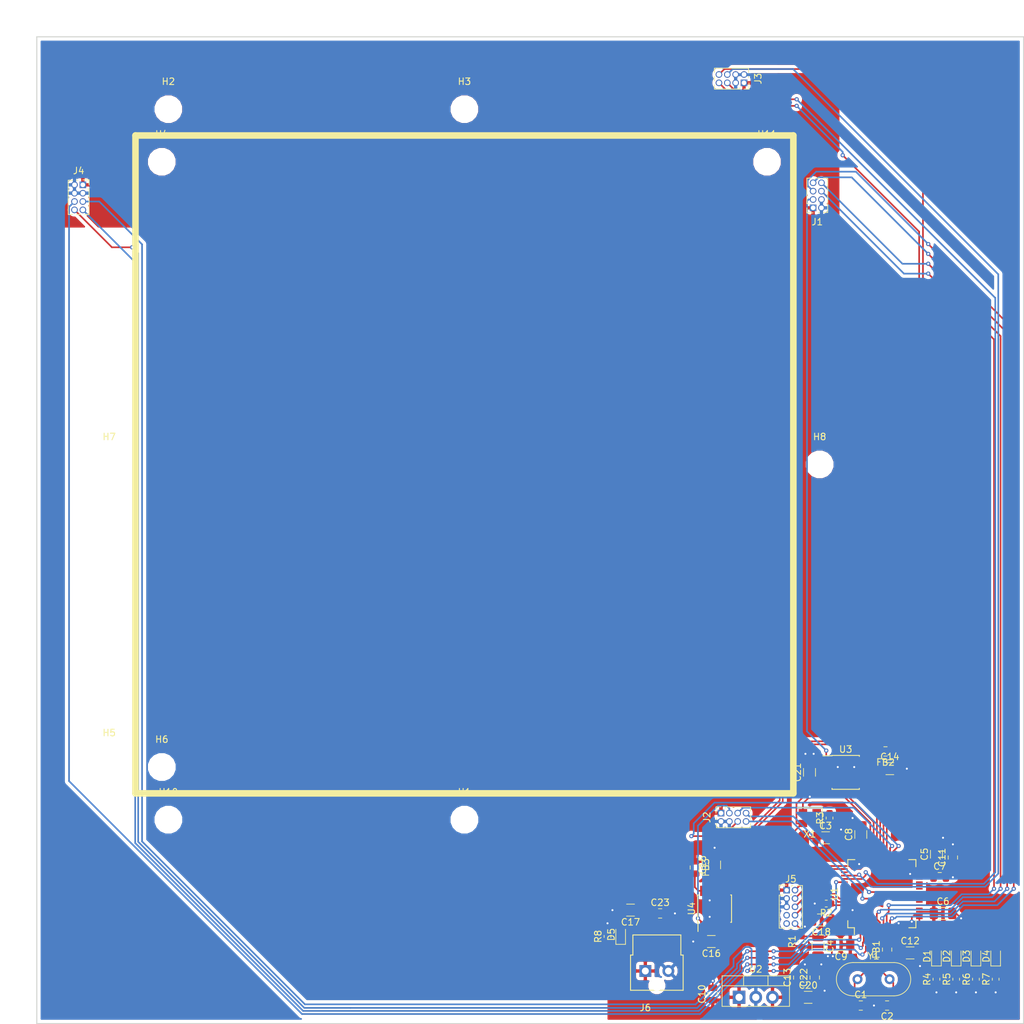
<source format=kicad_pcb>
(kicad_pcb (version 20171130) (host pcbnew 5.0.1)
  (layers (0 F.Cu signal) (31 B.Cu signal) (34 B.Paste user) (35 F.Paste user) (36 B.SilkS user) (37 F.SilkS user) (38 B.Mask user) (39 F.Mask user) (44 Edge.Cuts user))
  (net 0 "")
  (net 1 "Net-(D5-Pad1)")
  (net 2 "Net-(D4-Pad1)")
  (net 3 "Net-(D3-Pad1)")
  (net 4 "Net-(D2-Pad1)")
  (net 5 "Net-(D1-Pad1)")
  (net 6 "Net-(R3-Pad2)")
  (net 7 +3V3)
  (net 8 "Net-(R2-Pad1)")
  (net 9 NRST)
  (net 10 +5V)
  (net 11 IN2)
  (net 12 "Net-(U3-Pad4)")
  (net 13 DATA2)
  (net 14 SCLK2)
  (net 15 "Net-(C14-Pad1)")
  (net 16 SCLK1)
  (net 17 DATA1)
  (net 18 IN1)
  (net 19 "Net-(J4-Pad7)")
  (net 20 "Net-(J4-Pad6)")
  (net 21 "Net-(J4-Pad5)")
  (net 22 OSC_IN)
  (net 23 OSC_OUT)
  (net 24 "Net-(J1-Pad8)")
  (net 25 "Net-(J1-Pad7)")
  (net 26 "Net-(J1-Pad6)")
  (net 27 "Net-(J1-Pad5)")
  (net 28 "Net-(C12-Pad1)")
  (net 29 PA0)
  (net 30 PA1)
  (net 31 PA2)
  (net 32 PA3)
  (net 33 "Net-(U1-Pad20)")
  (net 34 "Net-(U1-Pad21)")
  (net 35 "Net-(U1-Pad22)")
  (net 36 "Net-(U1-Pad23)")
  (net 37 "Net-(J2-Pad8)")
  (net 38 "Net-(J2-Pad7)")
  (net 39 "Net-(U1-Pad26)")
  (net 40 "Net-(U1-Pad27)")
  (net 41 "Net-(U1-Pad28)")
  (net 42 "Net-(U1-Pad29)")
  (net 43 "Net-(C7-Pad1)")
  (net 44 "Net-(U1-Pad33)")
  (net 45 "Net-(U1-Pad34)")
  (net 46 "Net-(U1-Pad35)")
  (net 47 "Net-(U1-Pad36)")
  (net 48 "Net-(J2-Pad6)")
  (net 49 "Net-(J2-Pad5)")
  (net 50 "Net-(J3-Pad8)")
  (net 51 "Net-(J3-Pad7)")
  (net 52 "Net-(U1-Pad45)")
  (net 53 SWDIO)
  (net 54 SWCLK)
  (net 55 "Net-(U1-Pad50)")
  (net 56 "Net-(J3-Pad6)")
  (net 57 "Net-(J3-Pad5)")
  (net 58 "Net-(J4-Pad8)")
  (net 59 "Net-(U1-Pad54)")
  (net 60 "Net-(U1-Pad55)")
  (net 61 "Net-(U1-Pad56)")
  (net 62 "Net-(U1-Pad57)")
  (net 63 USART1_TX)
  (net 64 USART1_RX)
  (net 65 "Net-(U1-Pad61)")
  (net 66 "Net-(U1-Pad62)")
  (net 67 "Net-(C15-Pad1)")
  (net 68 "Net-(J5-Pad7)")
  (net 69 "Net-(J5-Pad9)")
  (net 70 GND)
  (module "molex:Ultra-Fit 2 Pin 3.5 mm" (layer F.Cu) (at 92.5 142)
    (fp_text reference J6 (at 0 5.588) (layer F.SilkS))
    (fp_text value Conn_01x02_Female)
    (pad 1 thru_hole rect (at 0 0) (size 1.8 1.8) (drill 1.06) (layers *.Cu *.Mask) (net 10 +5V))
    (pad 2 thru_hole circle (at 3.5 0) (size 1.8 1.8) (drill 1.02) (layers *.Cu *.Mask) (net 70 GND))
    (pad "" np_thru_hole circle (at 1.75 2.23) (size 1.6 1.6) (drill 1.6) (layers *.Cu *.Mask))
  )
  (module MountingHole:MountingHole_3.2mm_M3 (layer F.Cu) (at 19 19)
    (fp_text reference H4 (at 0 -4.2) (layer F.SilkS))
    (fp_text value MountingHole)
    (pad 1 np_thru_hole circle (at 0 0) (size 3.2 3.2) (drill 3.2) (layers *.Cu *.Mask))
  )
  (module MountingHole:MountingHole_3.2mm_M3 (layer F.Cu) (at 65 11)
    (fp_text reference H3 (at 0 -4.2) (layer F.SilkS))
    (fp_text value MountingHole)
    (pad 1 np_thru_hole circle (at 0 0) (size 3.2 3.2) (drill 3.2) (layers *.Cu *.Mask))
  )
  (module MountingHole:MountingHole_3.2mm_M3 (layer F.Cu) (at 20 11)
    (fp_text reference H2 (at 0 -4.2) (layer F.SilkS))
    (fp_text value MountingHole)
    (pad 1 np_thru_hole circle (at 0 0) (size 3.2 3.2) (drill 3.2) (layers *.Cu *.Mask))
  )
  (module MountingHole:MountingHole_3.2mm_M3 (layer F.Cu) (at 65 119)
    (fp_text reference H1 (at 0 -4.2) (layer F.SilkS))
    (fp_text value MountingHole)
    (pad 1 np_thru_hole circle (at 0 0) (size 3.2 3.2) (drill 3.2) (layers *.Cu *.Mask))
  )
  (module MountingHole:MountingHole_3.2mm_M3 (layer F.Cu) (at 11 110)
    (fp_text reference H5 (at 0 -4.2) (layer F.SilkS))
    (fp_text value MountingHole)
    (pad 1 np_thru_hole circle (at 0 0) (size 3.2 3.2) (drill 3.2) (layers *.Cu *.Mask))
  )
  (module MountingHole:MountingHole_3.2mm_M3 (layer F.Cu) (at 11 65)
    (fp_text reference H7 (at 0 -4.2) (layer F.SilkS))
    (fp_text value MountingHole)
    (pad 1 np_thru_hole circle (at 0 0) (size 3.2 3.2) (drill 3.2) (layers *.Cu *.Mask))
  )
  (module MountingHole:MountingHole_3.2mm_M3 (layer F.Cu) (at 119 65)
    (fp_text reference H8 (at 0 -4.2) (layer F.SilkS))
    (fp_text value MountingHole)
    (pad 1 np_thru_hole circle (at 0 0) (size 3.2 3.2) (drill 3.2) (layers *.Cu *.Mask))
  )
  (module MountingHole:MountingHole_3.2mm_M3 (layer F.Cu) (at 20 119)
    (fp_text reference H10 (at 0 -4.2) (layer F.SilkS))
    (fp_text value MountingHole)
    (pad 1 np_thru_hole circle (at 0 0) (size 3.2 3.2) (drill 3.2) (layers *.Cu *.Mask))
  )
  (module MountingHole:MountingHole_3.2mm_M3 (layer F.Cu) (at 111 19)
    (fp_text reference H11 (at 0 -4.2) (layer F.SilkS))
    (fp_text value MountingHole)
    (pad 1 np_thru_hole circle (at 0 0) (size 3.2 3.2) (drill 3.2) (layers *.Cu *.Mask))
  )
  (module MountingHole:MountingHole_3.2mm_M3 (layer F.Cu) (at 19 111)
    (fp_text reference H6 (at 0 -4.2) (layer F.SilkS))
    (fp_text value MountingHole)
    (pad 1 np_thru_hole circle (at 0 0) (size 3.2 3.2) (drill 3.2) (layers *.Cu *.Mask))
  )
  (module Resistor_SMD:R_0603_1608Metric (layer F.Cu) (at 116.25 137.5375 90)
    (fp_text reference R1 (at 0 -1.43 90) (layer F.SilkS))
    (fp_text value 100k)
    (pad 2 smd roundrect (at 0.7875 0 90) (size 0.875 0.95) (layers F.Cu F.Paste F.Mask) (net 9 NRST))
    (pad 1 smd roundrect (at -0.7875 0 90) (size 0.875 0.95) (layers F.Cu F.Paste F.Mask) (net 7 +3V3))
  )
  (module Capacitor_SMD:C_1206_3216Metric (layer F.Cu) (at 118.75 138.25 270)
    (fp_text reference C4 (at 0 -1.82 270) (layer F.SilkS))
    (fp_text value "100 nF")
    (pad 1 smd roundrect (at -1.4 0 270) (size 1.25 1.75) (layers F.Cu F.Paste F.Mask) (roundrect_rratio 0.2) (net 9 NRST))
    (pad 2 smd roundrect (at 1.4 0 270) (size 1.25 1.75) (layers F.Cu F.Paste F.Mask) (roundrect_rratio 0.2) (net 70 GND))
  )
  (module Capacitor_SMD:C_0805_2012Metric (layer F.Cu) (at 118.25 143 90)
    (fp_text reference C22 (at 0 -1.65 90) (layer F.SilkS))
    (fp_text value "4.7 uF")
    (pad 2 smd roundrect (at 0.9375 0 90) (size 0.975 1.4) (layers F.Cu F.Paste F.Mask) (net 70 GND))
    (pad 1 smd roundrect (at -0.9375 0 90) (size 0.975 1.4) (layers F.Cu F.Paste F.Mask) (net 7 +3V3))
  )
  (module Capacitor_SMD:C_0805_2012Metric (layer F.Cu) (at 115.75 143 90)
    (fp_text reference C13 (at 0 -1.65 90) (layer F.SilkS))
    (fp_text value "1 uF")
    (pad 1 smd roundrect (at -0.9375 0 90) (size 0.975 1.4) (layers F.Cu F.Paste F.Mask) (net 7 +3V3))
    (pad 2 smd roundrect (at 0.9375 0 90) (size 0.975 1.4) (layers F.Cu F.Paste F.Mask) (net 70 GND))
  )
  (module Capacitor_SMD:C_0805_2012Metric (layer F.Cu) (at 139.25 124.75 90)
    (fp_text reference C11 (at 0 -1.65 90) (layer F.SilkS))
    (fp_text value "4.7 uF")
    (pad 2 smd roundrect (at 0.9375 0 90) (size 0.975 1.4) (layers F.Cu F.Paste F.Mask) (net 70 GND))
    (pad 1 smd roundrect (at -0.9375 0 90) (size 0.975 1.4) (layers F.Cu F.Paste F.Mask) (net 7 +3V3))
  )
  (module Capacitor_SMD:C_0805_2012Metric (layer F.Cu) (at 102.75 145.5 90)
    (fp_text reference C10 (at 0 -1.65 90) (layer F.SilkS))
    (fp_text value "1 uF")
    (pad 1 smd roundrect (at -0.9375 0 90) (size 0.975 1.4) (layers F.Cu F.Paste F.Mask) (net 10 +5V))
    (pad 2 smd roundrect (at 0.9375 0 90) (size 0.975 1.4) (layers F.Cu F.Paste F.Mask) (net 70 GND))
  )
  (module Capacitor_SMD:C_0805_2012Metric (layer F.Cu) (at 137.25 127.75)
    (fp_text reference C7 (at 0 -1.65) (layer F.SilkS))
    (fp_text value "4.7 uF")
    (pad 2 smd roundrect (at 0.9375 0) (size 0.975 1.4) (layers F.Cu F.Paste F.Mask) (net 70 GND))
    (pad 1 smd roundrect (at -0.9375 0) (size 0.975 1.4) (layers F.Cu F.Paste F.Mask) (net 43 "Net-(C7-Pad1)"))
  )
  (module Capacitor_SMD:C_0805_2012Metric (layer F.Cu) (at 125.25 147.25)
    (fp_text reference C1 (at 0 -1.65) (layer F.SilkS))
    (fp_text value "30 pF")
    (pad 1 smd roundrect (at -0.9375 0) (size 0.975 1.4) (layers F.Cu F.Paste F.Mask) (net 22 OSC_IN))
    (pad 2 smd roundrect (at 0.9375 0) (size 0.975 1.4) (layers F.Cu F.Paste F.Mask) (net 70 GND))
  )
  (module Capacitor_SMD:C_0805_2012Metric (layer F.Cu) (at 94.75 133.25)
    (fp_text reference C23 (at 0 -1.65) (layer F.SilkS))
    (fp_text value "4.7 uF")
    (pad 2 smd roundrect (at 0.9375 0) (size 0.975 1.4) (layers F.Cu F.Paste F.Mask) (net 70 GND))
    (pad 1 smd roundrect (at -0.9375 0) (size 0.975 1.4) (layers F.Cu F.Paste F.Mask) (net 10 +5V))
  )
  (module Capacitor_SMD:C_0805_2012Metric (layer F.Cu) (at 129.25 147.25 180)
    (fp_text reference C2 (at 0 -1.65 180) (layer F.SilkS))
    (fp_text value "30 pF")
    (pad 1 smd roundrect (at -0.9375 0 180) (size 0.975 1.4) (layers F.Cu F.Paste F.Mask) (net 23 OSC_OUT))
    (pad 2 smd roundrect (at 0.9375 0 180) (size 0.975 1.4) (layers F.Cu F.Paste F.Mask) (net 70 GND))
  )
  (module Capacitor_SMD:C_1206_3216Metric (layer F.Cu) (at 137.75 133.25)
    (fp_text reference C6 (at 0 -1.82) (layer F.SilkS))
    (fp_text value "100 nF")
    (pad 1 smd roundrect (at -1.4 0) (size 1.25 1.75) (layers F.Cu F.Paste F.Mask) (roundrect_rratio 0.2) (net 7 +3V3))
    (pad 2 smd roundrect (at 1.4 0) (size 1.25 1.75) (layers F.Cu F.Paste F.Mask) (roundrect_rratio 0.2) (net 70 GND))
  )
  (module Capacitor_SMD:C_1206_3216Metric (layer F.Cu) (at 136.75 124.25 90)
    (fp_text reference C5 (at 0 -1.82 90) (layer F.SilkS))
    (fp_text value "100 nF")
    (pad 2 smd roundrect (at 1.4 0 90) (size 1.25 1.75) (layers F.Cu F.Paste F.Mask) (roundrect_rratio 0.2) (net 70 GND))
    (pad 1 smd roundrect (at -1.4 0 90) (size 1.25 1.75) (layers F.Cu F.Paste F.Mask) (roundrect_rratio 0.2) (net 7 +3V3))
  )
  (module Capacitor_SMD:C_1206_3216Metric (layer F.Cu) (at 125.25 121.25 90)
    (fp_text reference C8 (at 0 -1.82 90) (layer F.SilkS))
    (fp_text value "100 nF")
    (pad 1 smd roundrect (at -1.4 0 90) (size 1.25 1.75) (layers F.Cu F.Paste F.Mask) (roundrect_rratio 0.2) (net 7 +3V3))
    (pad 2 smd roundrect (at 1.4 0 90) (size 1.25 1.75) (layers F.Cu F.Paste F.Mask) (roundrect_rratio 0.2) (net 70 GND))
  )
  (module Capacitor_SMD:C_1206_3216Metric (layer F.Cu) (at 122.25 138 180)
    (fp_text reference C9 (at 0 -1.82 180) (layer F.SilkS))
    (fp_text value "100 nF")
    (pad 2 smd roundrect (at 1.4 0 180) (size 1.25 1.75) (layers F.Cu F.Paste F.Mask) (roundrect_rratio 0.2) (net 70 GND))
    (pad 1 smd roundrect (at -1.4 0 180) (size 1.25 1.75) (layers F.Cu F.Paste F.Mask) (roundrect_rratio 0.2) (net 7 +3V3))
  )
  (module Capacitor_SMD:C_1206_3216Metric (layer F.Cu) (at 119.9 121.75)
    (fp_text reference C3 (at 0 -1.82) (layer F.SilkS))
    (fp_text value "100 nF")
    (pad 2 smd roundrect (at 1.4 0) (size 1.25 1.75) (layers F.Cu F.Paste F.Mask) (roundrect_rratio 0.2) (net 70 GND))
    (pad 1 smd roundrect (at -1.4 0) (size 1.25 1.75) (layers F.Cu F.Paste F.Mask) (roundrect_rratio 0.2) (net 7 +3V3))
  )
  (module Capacitor_SMD:C_1206_3216Metric (layer F.Cu) (at 132.75 139.25)
    (fp_text reference C12 (at 0 -1.82) (layer F.SilkS))
    (fp_text value "100 nF")
    (pad 1 smd roundrect (at -1.4 0) (size 1.25 1.75) (layers F.Cu F.Paste F.Mask) (roundrect_rratio 0.2) (net 28 "Net-(C12-Pad1)"))
    (pad 2 smd roundrect (at 1.4 0) (size 1.25 1.75) (layers F.Cu F.Paste F.Mask) (roundrect_rratio 0.2) (net 70 GND))
  )
  (module Capacitor_SMD:C_1206_3216Metric (layer F.Cu) (at 129.663737 111.25)
    (fp_text reference C14 (at 0 -1.82) (layer F.SilkS))
    (fp_text value "100 nF")
    (pad 2 smd roundrect (at 1.4 0) (size 1.25 1.75) (layers F.Cu F.Paste F.Mask) (roundrect_rratio 0.2) (net 70 GND))
    (pad 1 smd roundrect (at -1.4 0) (size 1.25 1.75) (layers F.Cu F.Paste F.Mask) (roundrect_rratio 0.2) (net 15 "Net-(C14-Pad1)"))
  )
  (module Capacitor_SMD:C_1206_3216Metric (layer F.Cu) (at 103.03 125.87 90)
    (fp_text reference C15 (at 0 -1.82 90) (layer F.SilkS))
    (fp_text value "100 nF")
    (pad 1 smd roundrect (at -1.4 0 90) (size 1.25 1.75) (layers F.Cu F.Paste F.Mask) (roundrect_rratio 0.2) (net 67 "Net-(C15-Pad1)"))
    (pad 2 smd roundrect (at 1.4 0 90) (size 1.25 1.75) (layers F.Cu F.Paste F.Mask) (roundrect_rratio 0.2) (net 70 GND))
  )
  (module Capacitor_SMD:C_1206_3216Metric (layer F.Cu) (at 90.25 132.75 180)
    (fp_text reference C17 (at 0 -1.82 180) (layer F.SilkS))
    (fp_text value "100 nF")
    (pad 2 smd roundrect (at 1.4 0 180) (size 1.25 1.75) (layers F.Cu F.Paste F.Mask) (roundrect_rratio 0.2) (net 70 GND))
    (pad 1 smd roundrect (at -1.4 0 180) (size 1.25 1.75) (layers F.Cu F.Paste F.Mask) (roundrect_rratio 0.2) (net 10 +5V))
  )
  (module Capacitor_SMD:C_1206_3216Metric (layer F.Cu) (at 119.25 134.25 180)
    (fp_text reference C18 (at 0 -1.82 180) (layer F.SilkS))
    (fp_text value "100 nF")
    (pad 1 smd roundrect (at -1.4 0 180) (size 1.25 1.75) (layers F.Cu F.Paste F.Mask) (roundrect_rratio 0.2) (net 7 +3V3))
    (pad 2 smd roundrect (at 1.4 0 180) (size 1.25 1.75) (layers F.Cu F.Paste F.Mask) (roundrect_rratio 0.2) (net 70 GND))
  )
  (module Capacitor_SMD:C_1206_3216Metric (layer F.Cu) (at 117.25 146)
    (fp_text reference C20 (at 0 -1.82) (layer F.SilkS))
    (fp_text value "100 nF")
    (pad 1 smd roundrect (at -1.4 0) (size 1.25 1.75) (layers F.Cu F.Paste F.Mask) (roundrect_rratio 0.2) (net 7 +3V3))
    (pad 2 smd roundrect (at 1.4 0) (size 1.25 1.75) (layers F.Cu F.Paste F.Mask) (roundrect_rratio 0.2) (net 70 GND))
  )
  (module Capacitor_SMD:C_1206_3216Metric (layer F.Cu) (at 117.454145 111.807378 90)
    (fp_text reference C21 (at 0 -1.82 90) (layer F.SilkS))
    (fp_text value "100 nF")
    (pad 2 smd roundrect (at 1.4 0 90) (size 1.25 1.75) (layers F.Cu F.Paste F.Mask) (roundrect_rratio 0.2) (net 70 GND))
    (pad 1 smd roundrect (at -1.4 0 90) (size 1.25 1.75) (layers F.Cu F.Paste F.Mask) (roundrect_rratio 0.2) (net 10 +5V))
  )
  (module Capacitor_SMD:C_1206_3216Metric (layer F.Cu) (at 102.53 137.52 180)
    (fp_text reference C16 (at 0 -1.82 180) (layer F.SilkS))
    (fp_text value "100 nF")
    (pad 1 smd roundrect (at -1.4 0 180) (size 1.25 1.75) (layers F.Cu F.Paste F.Mask) (roundrect_rratio 0.2) (net 10 +5V))
    (pad 2 smd roundrect (at 1.4 0 180) (size 1.25 1.75) (layers F.Cu F.Paste F.Mask) (roundrect_rratio 0.2) (net 70 GND))
  )
  (module Connector_PinHeader_1.27mm:PinHeader_2x05_P1.27mm_Vertical (layer F.Cu) (at 113.98 129.71)
    (fp_text reference J5 (at 0.635 -1.695) (layer F.SilkS))
    (fp_text value Conn_02x05_Odd_Even)
    (pad 1 thru_hole rect (at 0 0) (size 1 1) (drill 0.65) (layers *.Cu *.Mask) (net 7 +3V3))
    (pad 2 thru_hole oval (at 1.27 0) (size 1 1) (drill 0.65) (layers *.Cu *.Mask) (net 53 SWDIO))
    (pad 3 thru_hole oval (at 0 1.27) (size 1 1) (drill 0.65) (layers *.Cu *.Mask) (net 70 GND))
    (pad 4 thru_hole oval (at 1.27 1.27) (size 1 1) (drill 0.65) (layers *.Cu *.Mask) (net 54 SWCLK))
    (pad 5 thru_hole oval (at 0 2.54) (size 1 1) (drill 0.65) (layers *.Cu *.Mask) (net 70 GND))
    (pad 6 thru_hole oval (at 1.27 2.54) (size 1 1) (drill 0.65) (layers *.Cu *.Mask) (net 63 USART1_TX))
    (pad 7 thru_hole oval (at 0 3.81) (size 1 1) (drill 0.65) (layers *.Cu *.Mask) (net 68 "Net-(J5-Pad7)"))
    (pad 8 thru_hole oval (at 1.27 3.81) (size 1 1) (drill 0.65) (layers *.Cu *.Mask) (net 64 USART1_RX))
    (pad 9 thru_hole oval (at 0 5.08) (size 1 1) (drill 0.65) (layers *.Cu *.Mask) (net 69 "Net-(J5-Pad9)"))
    (pad 10 thru_hole oval (at 1.27 5.08) (size 1 1) (drill 0.65) (layers *.Cu *.Mask) (net 9 NRST))
  )
  (module Connector_PinSocket_1.27mm:PinSocket_2x04_P1.27mm_Vertical (layer F.Cu) (at 104 118 90)
    (fp_text reference J2 (at -0.635 -2.135 90) (layer F.SilkS))
    (fp_text value Conn_02x04_Counter_Clockwise)
    (pad 8 thru_hole oval (at -1.27 3.81 90) (size 1 1) (drill 0.7) (layers *.Cu *.Mask) (net 37 "Net-(J2-Pad8)"))
    (pad 7 thru_hole oval (at 0 3.81 90) (size 1 1) (drill 0.7) (layers *.Cu *.Mask) (net 38 "Net-(J2-Pad7)"))
    (pad 6 thru_hole oval (at -1.27 2.54 90) (size 1 1) (drill 0.7) (layers *.Cu *.Mask) (net 48 "Net-(J2-Pad6)"))
    (pad 5 thru_hole oval (at 0 2.54 90) (size 1 1) (drill 0.7) (layers *.Cu *.Mask) (net 49 "Net-(J2-Pad5)"))
    (pad 4 thru_hole oval (at -1.27 1.27 90) (size 1 1) (drill 0.7) (layers *.Cu *.Mask) (net 70 GND))
    (pad 3 thru_hole oval (at 0 1.27 90) (size 1 1) (drill 0.7) (layers *.Cu *.Mask) (net 11 IN2))
    (pad 2 thru_hole oval (at -1.27 0 90) (size 1 1) (drill 0.7) (layers *.Cu *.Mask) (net 70 GND))
    (pad 1 thru_hole rect (at 0 0 90) (size 1 1) (drill 0.7) (layers *.Cu *.Mask) (net 10 +5V))
  )
  (module Connector_PinSocket_1.27mm:PinSocket_2x04_P1.27mm_Vertical (layer F.Cu) (at 118 26 180)
    (fp_text reference J1 (at -0.635 -2.135 180) (layer F.SilkS))
    (fp_text value Conn_02x04_Counter_Clockwise)
    (pad 1 thru_hole rect (at 0 0 180) (size 1 1) (drill 0.7) (layers *.Cu *.Mask) (net 10 +5V))
    (pad 2 thru_hole oval (at -1.27 0 180) (size 1 1) (drill 0.7) (layers *.Cu *.Mask) (net 70 GND))
    (pad 3 thru_hole oval (at 0 1.27 180) (size 1 1) (drill 0.7) (layers *.Cu *.Mask) (net 18 IN1))
    (pad 4 thru_hole oval (at -1.27 1.27 180) (size 1 1) (drill 0.7) (layers *.Cu *.Mask) (net 70 GND))
    (pad 5 thru_hole oval (at 0 2.54 180) (size 1 1) (drill 0.7) (layers *.Cu *.Mask) (net 27 "Net-(J1-Pad5)"))
    (pad 6 thru_hole oval (at -1.27 2.54 180) (size 1 1) (drill 0.7) (layers *.Cu *.Mask) (net 26 "Net-(J1-Pad6)"))
    (pad 7 thru_hole oval (at 0 3.81 180) (size 1 1) (drill 0.7) (layers *.Cu *.Mask) (net 25 "Net-(J1-Pad7)"))
    (pad 8 thru_hole oval (at -1.27 3.81 180) (size 1 1) (drill 0.7) (layers *.Cu *.Mask) (net 24 "Net-(J1-Pad8)"))
  )
  (module Connector_PinSocket_1.27mm:PinSocket_2x04_P1.27mm_Vertical (layer F.Cu) (at 107.5 7 270)
    (fp_text reference J3 (at -0.635 -2.135 270) (layer F.SilkS))
    (fp_text value Conn_02x04_Counter_Clockwise)
    (pad 8 thru_hole oval (at -1.27 3.81 270) (size 1 1) (drill 0.7) (layers *.Cu *.Mask) (net 50 "Net-(J3-Pad8)"))
    (pad 7 thru_hole oval (at 0 3.81 270) (size 1 1) (drill 0.7) (layers *.Cu *.Mask) (net 51 "Net-(J3-Pad7)"))
    (pad 6 thru_hole oval (at -1.27 2.54 270) (size 1 1) (drill 0.7) (layers *.Cu *.Mask) (net 56 "Net-(J3-Pad6)"))
    (pad 5 thru_hole oval (at 0 2.54 270) (size 1 1) (drill 0.7) (layers *.Cu *.Mask) (net 57 "Net-(J3-Pad5)"))
    (pad 4 thru_hole oval (at -1.27 1.27 270) (size 1 1) (drill 0.7) (layers *.Cu *.Mask) (net 70 GND))
    (pad 3 thru_hole oval (at 0 1.27 270) (size 1 1) (drill 0.7) (layers *.Cu *.Mask) (net 70 GND))
    (pad 2 thru_hole oval (at -1.27 0 270) (size 1 1) (drill 0.7) (layers *.Cu *.Mask) (net 70 GND))
    (pad 1 thru_hole rect (at 0 0 270) (size 1 1) (drill 0.7) (layers *.Cu *.Mask) (net 10 +5V))
  )
  (module Connector_PinSocket_1.27mm:PinSocket_2x04_P1.27mm_Vertical (layer F.Cu) (at 7 22.5)
    (fp_text reference J4 (at -0.635 -2.135) (layer F.SilkS))
    (fp_text value Conn_02x04_Counter_Clockwise)
    (pad 1 thru_hole rect (at 0 0) (size 1 1) (drill 0.7) (layers *.Cu *.Mask) (net 10 +5V))
    (pad 2 thru_hole oval (at -1.27 0) (size 1 1) (drill 0.7) (layers *.Cu *.Mask) (net 70 GND))
    (pad 3 thru_hole oval (at 0 1.27) (size 1 1) (drill 0.7) (layers *.Cu *.Mask) (net 70 GND))
    (pad 4 thru_hole oval (at -1.27 1.27) (size 1 1) (drill 0.7) (layers *.Cu *.Mask) (net 70 GND))
    (pad 5 thru_hole oval (at 0 2.54) (size 1 1) (drill 0.7) (layers *.Cu *.Mask) (net 21 "Net-(J4-Pad5)"))
    (pad 6 thru_hole oval (at -1.27 2.54) (size 1 1) (drill 0.7) (layers *.Cu *.Mask) (net 20 "Net-(J4-Pad6)"))
    (pad 7 thru_hole oval (at 0 3.81) (size 1 1) (drill 0.7) (layers *.Cu *.Mask) (net 19 "Net-(J4-Pad7)"))
    (pad 8 thru_hole oval (at -1.27 3.81) (size 1 1) (drill 0.7) (layers *.Cu *.Mask) (net 58 "Net-(J4-Pad8)"))
  )
  (module Crystal:Crystal_HC49-U_Vertical (layer F.Cu) (at 124.75 143.25)
    (fp_text reference Y1 (at 2.44 -3.525) (layer F.SilkS))
    (fp_text value "16 MHz")
    (pad 1 thru_hole circle (at 0 0) (size 1.5 1.5) (drill 0.8) (layers *.Cu *.Mask) (net 22 OSC_IN))
    (pad 2 thru_hole circle (at 4.88 0) (size 1.5 1.5) (drill 0.8) (layers *.Cu *.Mask) (net 23 OSC_OUT))
  )
  (module Inductor_SMD:L_0805_2012Metric (layer F.Cu) (at 129.25 138.75 90)
    (fp_text reference FB1 (at 0 -1.65 90) (layer F.SilkS))
    (fp_text value Ferrite_Bead)
    (pad 1 smd roundrect (at -0.9375 0 90) (size 0.975 1.4) (layers F.Cu F.Paste F.Mask) (net 7 +3V3))
    (pad 2 smd roundrect (at 0.9375 0 90) (size 0.975 1.4) (layers F.Cu F.Paste F.Mask) (net 28 "Net-(C12-Pad1)"))
  )
  (module Inductor_SMD:L_0805_2012Metric (layer F.Cu) (at 129 108.6289 180)
    (fp_text reference FB2 (at 0 -1.65 180) (layer F.SilkS))
    (fp_text value Ferrite_Bead)
    (pad 2 smd roundrect (at 0.9375 0 180) (size 0.975 1.4) (layers F.Cu F.Paste F.Mask) (net 15 "Net-(C14-Pad1)"))
    (pad 1 smd roundrect (at -0.9375 0 180) (size 0.975 1.4) (layers F.Cu F.Paste F.Mask) (net 10 +5V))
  )
  (module Inductor_SMD:L_0805_2012Metric (layer F.Cu) (at 100.03 126.27 270)
    (fp_text reference FB3 (at 0 -1.65 270) (layer F.SilkS))
    (fp_text value Ferrite_Bead)
    (pad 1 smd roundrect (at -0.9375 0 270) (size 0.975 1.4) (layers F.Cu F.Paste F.Mask) (net 10 +5V))
    (pad 2 smd roundrect (at 0.9375 0 270) (size 0.975 1.4) (layers F.Cu F.Paste F.Mask) (net 67 "Net-(C15-Pad1)"))
  )
  (module LED_SMD:LED_0603_1608Metric (layer F.Cu) (at 136.75 139.75 90)
    (fp_text reference D1 (at 0 -1.43 90) (layer F.SilkS))
    (fp_text value Green)
    (pad 1 smd roundrect (at -0.7875 0 90) (size 0.875 0.95) (layers F.Cu F.Paste F.Mask) (net 5 "Net-(D1-Pad1)"))
    (pad 2 smd roundrect (at 0.7875 0 90) (size 0.875 0.95) (layers F.Cu F.Paste F.Mask) (net 29 PA0))
  )
  (module LED_SMD:LED_0603_1608Metric (layer F.Cu) (at 139.75 139.75 90)
    (fp_text reference D2 (at 0 -1.43 90) (layer F.SilkS))
    (fp_text value Red)
    (pad 2 smd roundrect (at 0.7875 0 90) (size 0.875 0.95) (layers F.Cu F.Paste F.Mask) (net 30 PA1))
    (pad 1 smd roundrect (at -0.7875 0 90) (size 0.875 0.95) (layers F.Cu F.Paste F.Mask) (net 4 "Net-(D2-Pad1)"))
  )
  (module LED_SMD:LED_0603_1608Metric (layer F.Cu) (at 142.75 139.75 90)
    (fp_text reference D3 (at 0 -1.43 90) (layer F.SilkS))
    (fp_text value Yellow)
    (pad 1 smd roundrect (at -0.7875 0 90) (size 0.875 0.95) (layers F.Cu F.Paste F.Mask) (net 3 "Net-(D3-Pad1)"))
    (pad 2 smd roundrect (at 0.7875 0 90) (size 0.875 0.95) (layers F.Cu F.Paste F.Mask) (net 31 PA2))
  )
  (module LED_SMD:LED_0603_1608Metric (layer F.Cu) (at 145.75 139.75 90)
    (fp_text reference D4 (at 0 -1.43 90) (layer F.SilkS))
    (fp_text value Yellow)
    (pad 2 smd roundrect (at 0.7875 0 90) (size 0.875 0.95) (layers F.Cu F.Paste F.Mask) (net 32 PA3))
    (pad 1 smd roundrect (at -0.7875 0 90) (size 0.875 0.95) (layers F.Cu F.Paste F.Mask) (net 2 "Net-(D4-Pad1)"))
  )
  (module LED_SMD:LED_0603_1608Metric (layer F.Cu) (at 88.75 136.4625 90)
    (fp_text reference D5 (at 0 -1.43 90) (layer F.SilkS))
    (fp_text value LED)
    (pad 1 smd roundrect (at -0.7875 0 90) (size 0.875 0.95) (layers F.Cu F.Paste F.Mask) (net 1 "Net-(D5-Pad1)"))
    (pad 2 smd roundrect (at 0.7875 0 90) (size 0.875 0.95) (layers F.Cu F.Paste F.Mask) (net 10 +5V))
  )
  (module Oscillator:Oscillator_SMD_Abracon_ASE-4Pin_3.2x2.5mm (layer F.Cu) (at 117.5 118.75 180)
    (fp_text reference X1 (at 0 -2.45 180) (layer F.SilkS))
    (fp_text value ECS-2333)
    (pad 1 smd rect (at -1.05 0.825 180) (size 1.3 1.1) (layers F.Cu F.Paste F.Mask) (net 6 "Net-(R3-Pad2)"))
    (pad 2 smd rect (at 1.05 0.825 180) (size 1.3 1.1) (layers F.Cu F.Paste F.Mask) (net 70 GND))
    (pad 3 smd rect (at 1.05 -0.825 180) (size 1.3 1.1) (layers F.Cu F.Paste F.Mask) (net 12 "Net-(U3-Pad4)"))
    (pad 4 smd rect (at -1.05 -0.825 180) (size 1.3 1.1) (layers F.Cu F.Paste F.Mask) (net 7 +3V3))
  )
  (module Package_QFP:LQFP-64_10x10mm_P0.5mm (layer F.Cu) (at 128.45 130.25 90)
    (fp_text reference U1 (at 0 -7.2 90) (layer F.SilkS))
    (fp_text value STM32F410RBTx)
    (pad 1 smd rect (at -5.7 -3.75 90) (size 1 0.25) (layers F.Cu F.Paste F.Mask) (net 7 +3V3))
    (pad 2 smd rect (at -5.7 -3.25 90) (size 1 0.25) (layers F.Cu F.Paste F.Mask) (net 19 "Net-(J4-Pad7)"))
    (pad 3 smd rect (at -5.7 -2.75 90) (size 1 0.25) (layers F.Cu F.Paste F.Mask) (net 20 "Net-(J4-Pad6)"))
    (pad 4 smd rect (at -5.7 -2.25 90) (size 1 0.25) (layers F.Cu F.Paste F.Mask) (net 21 "Net-(J4-Pad5)"))
    (pad 5 smd rect (at -5.7 -1.75 90) (size 1 0.25) (layers F.Cu F.Paste F.Mask) (net 22 OSC_IN))
    (pad 6 smd rect (at -5.7 -1.25 90) (size 1 0.25) (layers F.Cu F.Paste F.Mask) (net 23 OSC_OUT))
    (pad 7 smd rect (at -5.7 -0.75 90) (size 1 0.25) (layers F.Cu F.Paste F.Mask) (net 9 NRST))
    (pad 8 smd rect (at -5.7 -0.25 90) (size 1 0.25) (layers F.Cu F.Paste F.Mask) (net 24 "Net-(J1-Pad8)"))
    (pad 9 smd rect (at -5.7 0.25 90) (size 1 0.25) (layers F.Cu F.Paste F.Mask) (net 25 "Net-(J1-Pad7)"))
    (pad 10 smd rect (at -5.7 0.75 90) (size 1 0.25) (layers F.Cu F.Paste F.Mask) (net 26 "Net-(J1-Pad6)"))
    (pad 11 smd rect (at -5.7 1.25 90) (size 1 0.25) (layers F.Cu F.Paste F.Mask) (net 27 "Net-(J1-Pad5)"))
    (pad 12 smd rect (at -5.7 1.75 90) (size 1 0.25) (layers F.Cu F.Paste F.Mask) (net 70 GND))
    (pad 13 smd rect (at -5.7 2.25 90) (size 1 0.25) (layers F.Cu F.Paste F.Mask) (net 28 "Net-(C12-Pad1)"))
    (pad 14 smd rect (at -5.7 2.75 90) (size 1 0.25) (layers F.Cu F.Paste F.Mask) (net 29 PA0))
    (pad 15 smd rect (at -5.7 3.25 90) (size 1 0.25) (layers F.Cu F.Paste F.Mask) (net 30 PA1))
    (pad 16 smd rect (at -5.7 3.75 90) (size 1 0.25) (layers F.Cu F.Paste F.Mask) (net 31 PA2))
    (pad 17 smd rect (at -3.75 5.7 180) (size 1 0.25) (layers F.Cu F.Paste F.Mask) (net 32 PA3))
    (pad 18 smd rect (at -3.25 5.7 180) (size 1 0.25) (layers F.Cu F.Paste F.Mask) (net 70 GND))
    (pad 19 smd rect (at -2.75 5.7 180) (size 1 0.25) (layers F.Cu F.Paste F.Mask) (net 7 +3V3))
    (pad 20 smd rect (at -2.25 5.7 180) (size 1 0.25) (layers F.Cu F.Paste F.Mask) (net 33 "Net-(U1-Pad20)"))
    (pad 21 smd rect (at -1.75 5.7 180) (size 1 0.25) (layers F.Cu F.Paste F.Mask) (net 34 "Net-(U1-Pad21)"))
    (pad 22 smd rect (at -1.25 5.7 180) (size 1 0.25) (layers F.Cu F.Paste F.Mask) (net 35 "Net-(U1-Pad22)"))
    (pad 23 smd rect (at -0.75 5.7 180) (size 1 0.25) (layers F.Cu F.Paste F.Mask) (net 36 "Net-(U1-Pad23)"))
    (pad 24 smd rect (at -0.25 5.7 180) (size 1 0.25) (layers F.Cu F.Paste F.Mask) (net 37 "Net-(J2-Pad8)"))
    (pad 25 smd rect (at 0.25 5.7 180) (size 1 0.25) (layers F.Cu F.Paste F.Mask) (net 38 "Net-(J2-Pad7)"))
    (pad 26 smd rect (at 0.75 5.7 180) (size 1 0.25) (layers F.Cu F.Paste F.Mask) (net 39 "Net-(U1-Pad26)"))
    (pad 27 smd rect (at 1.25 5.7 180) (size 1 0.25) (layers F.Cu F.Paste F.Mask) (net 40 "Net-(U1-Pad27)"))
    (pad 28 smd rect (at 1.75 5.7 180) (size 1 0.25) (layers F.Cu F.Paste F.Mask) (net 41 "Net-(U1-Pad28)"))
    (pad 29 smd rect (at 2.25 5.7 180) (size 1 0.25) (layers F.Cu F.Paste F.Mask) (net 42 "Net-(U1-Pad29)"))
    (pad 30 smd rect (at 2.75 5.7 180) (size 1 0.25) (layers F.Cu F.Paste F.Mask) (net 43 "Net-(C7-Pad1)"))
    (pad 31 smd rect (at 3.25 5.7 180) (size 1 0.25) (layers F.Cu F.Paste F.Mask) (net 70 GND))
    (pad 32 smd rect (at 3.75 5.7 180) (size 1 0.25) (layers F.Cu F.Paste F.Mask) (net 7 +3V3))
    (pad 33 smd rect (at 5.7 3.75 90) (size 1 0.25) (layers F.Cu F.Paste F.Mask) (net 44 "Net-(U1-Pad33)"))
    (pad 34 smd rect (at 5.7 3.25 90) (size 1 0.25) (layers F.Cu F.Paste F.Mask) (net 45 "Net-(U1-Pad34)"))
    (pad 35 smd rect (at 5.7 2.75 90) (size 1 0.25) (layers F.Cu F.Paste F.Mask) (net 46 "Net-(U1-Pad35)"))
    (pad 36 smd rect (at 5.7 2.25 90) (size 1 0.25) (layers F.Cu F.Paste F.Mask) (net 47 "Net-(U1-Pad36)"))
    (pad 37 smd rect (at 5.7 1.75 90) (size 1 0.25) (layers F.Cu F.Paste F.Mask) (net 48 "Net-(J2-Pad6)"))
    (pad 38 smd rect (at 5.7 1.25 90) (size 1 0.25) (layers F.Cu F.Paste F.Mask) (net 49 "Net-(J2-Pad5)"))
    (pad 39 smd rect (at 5.7 0.75 90) (size 1 0.25) (layers F.Cu F.Paste F.Mask) (net 50 "Net-(J3-Pad8)"))
    (pad 40 smd rect (at 5.7 0.25 90) (size 1 0.25) (layers F.Cu F.Paste F.Mask) (net 51 "Net-(J3-Pad7)"))
    (pad 41 smd rect (at 5.7 -0.25 90) (size 1 0.25) (layers F.Cu F.Paste F.Mask) (net 16 SCLK1))
    (pad 42 smd rect (at 5.7 -0.75 90) (size 1 0.25) (layers F.Cu F.Paste F.Mask) (net 17 DATA1))
    (pad 43 smd rect (at 5.7 -1.25 90) (size 1 0.25) (layers F.Cu F.Paste F.Mask) (net 14 SCLK2))
    (pad 44 smd rect (at 5.7 -1.75 90) (size 1 0.25) (layers F.Cu F.Paste F.Mask) (net 13 DATA2))
    (pad 45 smd rect (at 5.7 -2.25 90) (size 1 0.25) (layers F.Cu F.Paste F.Mask) (net 52 "Net-(U1-Pad45)"))
    (pad 46 smd rect (at 5.7 -2.75 90) (size 1 0.25) (layers F.Cu F.Paste F.Mask) (net 53 SWDIO))
    (pad 47 smd rect (at 5.7 -3.25 90) (size 1 0.25) (layers F.Cu F.Paste F.Mask) (net 70 GND))
    (pad 48 smd rect (at 5.7 -3.75 90) (size 1 0.25) (layers F.Cu F.Paste F.Mask) (net 7 +3V3))
    (pad 49 smd rect (at 3.75 -5.7 180) (size 1 0.25) (layers F.Cu F.Paste F.Mask) (net 54 SWCLK))
    (pad 50 smd rect (at 3.25 -5.7 180) (size 1 0.25) (layers F.Cu F.Paste F.Mask) (net 55 "Net-(U1-Pad50)"))
    (pad 51 smd rect (at 2.75 -5.7 180) (size 1 0.25) (layers F.Cu F.Paste F.Mask) (net 56 "Net-(J3-Pad6)"))
    (pad 52 smd rect (at 2.25 -5.7 180) (size 1 0.25) (layers F.Cu F.Paste F.Mask) (net 57 "Net-(J3-Pad5)"))
    (pad 53 smd rect (at 1.75 -5.7 180) (size 1 0.25) (layers F.Cu F.Paste F.Mask) (net 58 "Net-(J4-Pad8)"))
    (pad 54 smd rect (at 1.25 -5.7 180) (size 1 0.25) (layers F.Cu F.Paste F.Mask) (net 59 "Net-(U1-Pad54)"))
    (pad 55 smd rect (at 0.75 -5.7 180) (size 1 0.25) (layers F.Cu F.Paste F.Mask) (net 60 "Net-(U1-Pad55)"))
    (pad 56 smd rect (at 0.25 -5.7 180) (size 1 0.25) (layers F.Cu F.Paste F.Mask) (net 61 "Net-(U1-Pad56)"))
    (pad 57 smd rect (at -0.25 -5.7 180) (size 1 0.25) (layers F.Cu F.Paste F.Mask) (net 62 "Net-(U1-Pad57)"))
    (pad 58 smd rect (at -0.75 -5.7 180) (size 1 0.25) (layers F.Cu F.Paste F.Mask) (net 63 USART1_TX))
    (pad 59 smd rect (at -1.25 -5.7 180) (size 1 0.25) (layers F.Cu F.Paste F.Mask) (net 64 USART1_RX))
    (pad 60 smd rect (at -1.75 -5.7 180) (size 1 0.25) (layers F.Cu F.Paste F.Mask) (net 8 "Net-(R2-Pad1)"))
    (pad 61 smd rect (at -2.25 -5.7 180) (size 1 0.25) (layers F.Cu F.Paste F.Mask) (net 65 "Net-(U1-Pad61)"))
    (pad 62 smd rect (at -2.75 -5.7 180) (size 1 0.25) (layers F.Cu F.Paste F.Mask) (net 66 "Net-(U1-Pad62)"))
    (pad 63 smd rect (at -3.25 -5.7 180) (size 1 0.25) (layers F.Cu F.Paste F.Mask) (net 70 GND))
    (pad 64 smd rect (at -3.75 -5.7 180) (size 1 0.25) (layers F.Cu F.Paste F.Mask) (net 7 +3V3))
  )
  (module Package_SO:SOIC-8_3.9x4.9mm_P1.27mm (layer F.Cu) (at 122.954145 111.807378)
    (fp_text reference U3 (at 0 -3.5) (layer F.SilkS))
    (fp_text value ADS1252)
    (pad 8 smd rect (at 2.7 -1.905) (size 1.55 0.6) (layers F.Cu F.Paste F.Mask) (net 15 "Net-(C14-Pad1)"))
    (pad 7 smd rect (at 2.7 -0.635) (size 1.55 0.6) (layers F.Cu F.Paste F.Mask) (net 70 GND))
    (pad 6 smd rect (at 2.7 0.635) (size 1.55 0.6) (layers F.Cu F.Paste F.Mask) (net 16 SCLK1))
    (pad 5 smd rect (at 2.7 1.905) (size 1.55 0.6) (layers F.Cu F.Paste F.Mask) (net 17 DATA1))
    (pad 4 smd rect (at -2.7 1.905) (size 1.55 0.6) (layers F.Cu F.Paste F.Mask) (net 12 "Net-(U3-Pad4)"))
    (pad 3 smd rect (at -2.7 0.635) (size 1.55 0.6) (layers F.Cu F.Paste F.Mask) (net 10 +5V))
    (pad 2 smd rect (at -2.7 -0.635) (size 1.55 0.6) (layers F.Cu F.Paste F.Mask) (net 70 GND))
    (pad 1 smd rect (at -2.7 -1.905) (size 1.55 0.6) (layers F.Cu F.Paste F.Mask) (net 18 IN1))
  )
  (module Package_SO:SOIC-8_3.9x4.9mm_P1.27mm (layer F.Cu) (at 103.03 132.52 90)
    (fp_text reference U4 (at 0 -3.5 90) (layer F.SilkS))
    (fp_text value ADS1252)
    (pad 1 smd rect (at -2.7 -1.905 90) (size 1.55 0.6) (layers F.Cu F.Paste F.Mask) (net 11 IN2))
    (pad 2 smd rect (at -2.7 -0.635 90) (size 1.55 0.6) (layers F.Cu F.Paste F.Mask) (net 70 GND))
    (pad 3 smd rect (at -2.7 0.635 90) (size 1.55 0.6) (layers F.Cu F.Paste F.Mask) (net 10 +5V))
    (pad 4 smd rect (at -2.7 1.905 90) (size 1.55 0.6) (layers F.Cu F.Paste F.Mask) (net 12 "Net-(U3-Pad4)"))
    (pad 5 smd rect (at 2.7 1.905 90) (size 1.55 0.6) (layers F.Cu F.Paste F.Mask) (net 13 DATA2))
    (pad 6 smd rect (at 2.7 0.635 90) (size 1.55 0.6) (layers F.Cu F.Paste F.Mask) (net 14 SCLK2))
    (pad 7 smd rect (at 2.7 -0.635 90) (size 1.55 0.6) (layers F.Cu F.Paste F.Mask) (net 70 GND))
    (pad 8 smd rect (at 2.7 -1.905 90) (size 1.55 0.6) (layers F.Cu F.Paste F.Mask) (net 67 "Net-(C15-Pad1)"))
  )
  (module Package_TO_SOT_THT:TO-220-3_Vertical (layer F.Cu) (at 106.75 146)
    (fp_text reference U2 (at 2.54 -4.27) (layer F.SilkS))
    (fp_text value SPX1117M3-L-3-3/TR)
    (pad 1 thru_hole rect (at 0 0) (size 1.905 2) (drill 1.1) (layers *.Cu *.Mask) (net 10 +5V))
    (pad 2 thru_hole oval (at 2.54 0) (size 1.905 2) (drill 1.1) (layers *.Cu *.Mask) (net 70 GND))
    (pad 3 thru_hole oval (at 5.08 0) (size 1.905 2) (drill 1.1) (layers *.Cu *.Mask) (net 7 +3V3))
  )
  (module Resistor_SMD:R_0603_1608Metric (layer F.Cu) (at 120 131.75 180)
    (fp_text reference R2 (at 0 -1.43 180) (layer F.SilkS))
    (fp_text value 510)
    (pad 1 smd roundrect (at -0.7875 0 180) (size 0.875 0.95) (layers F.Cu F.Paste F.Mask) (net 8 "Net-(R2-Pad1)"))
    (pad 2 smd roundrect (at 0.7875 0 180) (size 0.875 0.95) (layers F.Cu F.Paste F.Mask) (net 70 GND))
  )
  (module Resistor_SMD:R_0603_1608Metric (layer F.Cu) (at 120.5 118.75 90)
    (fp_text reference R3 (at 0 -1.43 90) (layer F.SilkS))
    (fp_text value 10k)
    (pad 2 smd roundrect (at 0.7875 0 90) (size 0.875 0.95) (layers F.Cu F.Paste F.Mask) (net 6 "Net-(R3-Pad2)"))
    (pad 1 smd roundrect (at -0.7875 0 90) (size 0.875 0.95) (layers F.Cu F.Paste F.Mask) (net 7 +3V3))
  )
  (module Resistor_SMD:R_0603_1608Metric (layer F.Cu) (at 136.75 143.25 90)
    (fp_text reference R4 (at 0 -1.43 90) (layer F.SilkS))
    (fp_text value 180)
    (pad 1 smd roundrect (at -0.7875 0 90) (size 0.875 0.95) (layers F.Cu F.Paste F.Mask) (net 70 GND))
    (pad 2 smd roundrect (at 0.7875 0 90) (size 0.875 0.95) (layers F.Cu F.Paste F.Mask) (net 5 "Net-(D1-Pad1)"))
  )
  (module Resistor_SMD:R_0603_1608Metric (layer F.Cu) (at 139.75 143.25 90)
    (fp_text reference R5 (at 0 -1.43 90) (layer F.SilkS))
    (fp_text value 180)
    (pad 2 smd roundrect (at 0.7875 0 90) (size 0.875 0.95) (layers F.Cu F.Paste F.Mask) (net 4 "Net-(D2-Pad1)"))
    (pad 1 smd roundrect (at -0.7875 0 90) (size 0.875 0.95) (layers F.Cu F.Paste F.Mask) (net 70 GND))
  )
  (module Resistor_SMD:R_0603_1608Metric (layer F.Cu) (at 142.75 143.25 90)
    (fp_text reference R6 (at 0 -1.43 90) (layer F.SilkS))
    (fp_text value 180)
    (pad 1 smd roundrect (at -0.7875 0 90) (size 0.875 0.95) (layers F.Cu F.Paste F.Mask) (net 70 GND))
    (pad 2 smd roundrect (at 0.7875 0 90) (size 0.875 0.95) (layers F.Cu F.Paste F.Mask) (net 3 "Net-(D3-Pad1)"))
  )
  (module Resistor_SMD:R_0603_1608Metric (layer F.Cu) (at 145.75 143.25 90)
    (fp_text reference R7 (at 0 -1.43 90) (layer F.SilkS))
    (fp_text value 180)
    (pad 2 smd roundrect (at 0.7875 0 90) (size 0.875 0.95) (layers F.Cu F.Paste F.Mask) (net 2 "Net-(D4-Pad1)"))
    (pad 1 smd roundrect (at -0.7875 0 90) (size 0.875 0.95) (layers F.Cu F.Paste F.Mask) (net 70 GND))
  )
  (module Resistor_SMD:R_0603_1608Metric (layer F.Cu) (at 86.75 136.75 90)
    (fp_text reference R8 (at 0 -1.43 90) (layer F.SilkS))
    (fp_text value 180)
    (pad 1 smd roundrect (at -0.7875 0 90) (size 0.875 0.95) (layers F.Cu F.Paste F.Mask) (net 1 "Net-(D5-Pad1)"))
    (pad 2 smd roundrect (at 0.7875 0 90) (size 0.875 0.95) (layers F.Cu F.Paste F.Mask) (net 70 GND))
  )
  (gr_line (start 15 15) (end 115 15) (layer F.SilkS) (width 1))
  (gr_line (start 115 15) (end 115 115) (layer F.SilkS) (width 1))
  (gr_line (start 15 115) (end 115 115) (layer F.SilkS) (width 1))
  (gr_line (start 15 15) (end 15 115) (layer F.SilkS) (width 1))
  (gr_line (start 150 0) (end 0 0) (layer Edge.Cuts) (width 0.15))
  (gr_line (start 150 0) (end 150 150) (layer Edge.Cuts) (width 0.15))
  (gr_line (start 0 150) (end 150 150) (layer Edge.Cuts) (width 0.15))
  (gr_line (start 0 0) (end 0 150) (layer Edge.Cuts) (width 0.15))
  (segment (start 88.4625 137.5375) (end 88.75 137.25) (width 0.25) (layer F.Cu) (net 1))
  (segment (start 86.75 137.5375) (end 88.4625 137.5375) (width 0.25) (layer F.Cu) (net 1))
  (segment (start 145.75 140.5375) (end 145.75 142.4625) (width 0.25) (layer F.Cu) (net 2))
  (segment (start 142.75 140.5375) (end 142.75 142.4625) (width 0.25) (layer F.Cu) (net 3))
  (segment (start 139.75 140.5375) (end 139.75 142.4625) (width 0.25) (layer F.Cu) (net 4))
  (segment (start 136.75 140.5375) (end 136.75 142.4625) (width 0.25) (layer F.Cu) (net 5))
  (segment (start 120.4625 117.925) (end 120.5 117.9625) (width 0.25) (layer F.Cu) (net 6))
  (segment (start 118.55 117.925) (end 120.4625 117.925) (width 0.25) (layer F.Cu) (net 6))
  (segment (start 136.1 133) (end 134.15 133) (width 0.25) (layer F.Cu) (net 7))
  (segment (start 136.35 133.25) (end 136.1 133) (width 0.25) (layer F.Cu) (net 7))
  (segment (start 135.9 126.5) (end 136.75 125.65) (width 0.25) (layer F.Cu) (net 7))
  (segment (start 134.15 126.5) (end 135.9 126.5) (width 0.25) (layer F.Cu) (net 7))
  (segment (start 120.65 134.25) (end 122.5 134.25) (width 0.25) (layer F.Cu) (net 7))
  (segment (start 122.5 134.25) (end 122.75 134) (width 0.25) (layer F.Cu) (net 7))
  (segment (start 122.75 134) (end 125.25 134) (width 0.25) (layer F.Cu) (net 7))
  (segment (start 124.7 123.2) (end 124.7 124.55) (width 0.25) (layer F.Cu) (net 7))
  (segment (start 125.25 122.65) (end 124.7 123.2) (width 0.25) (layer F.Cu) (net 7))
  (segment (start 111.83 146) (end 115.85 146) (width 0.25) (layer F.Cu) (net 7))
  (segment (start 123.65 137.025) (end 123.65 138) (width 0.25) (layer F.Cu) (net 7))
  (segment (start 123.65 136.625) (end 123.65 137.025) (width 0.25) (layer F.Cu) (net 7))
  (segment (start 124.325 135.95) (end 123.65 136.625) (width 0.25) (layer F.Cu) (net 7))
  (segment (start 124.7 135.95) (end 124.325 135.95) (width 0.25) (layer F.Cu) (net 7))
  (segment (start 121.0375 132) (end 122.75 132) (width 0.25) (layer F.Cu) (net 8))
  (segment (start 120.7875 131.75) (end 121.0375 132) (width 0.25) (layer F.Cu) (net 8))
  (segment (start 127.621799 135.121799) (end 127.7 135.2) (width 0.25) (layer F.Cu) (net 9))
  (segment (start 127.7 135.2) (end 127.7 135.95) (width 0.25) (layer F.Cu) (net 9))
  (segment (start 121.595917 135.121799) (end 127.621799 135.121799) (width 0.25) (layer F.Cu) (net 9))
  (segment (start 119.867716 136.85) (end 121.595917 135.121799) (width 0.25) (layer F.Cu) (net 9))
  (segment (start 116.17 136.83) (end 116.25 136.75) (width 0.25) (layer F.Cu) (net 9))
  (segment (start 116.25 136.75) (end 116.25 135.79) (width 0.25) (layer F.Cu) (net 9))
  (segment (start 116.25 135.79) (end 115.25 134.79) (width 0.25) (layer F.Cu) (net 9))
  (segment (start 118.65 136.75) (end 118.75 136.85) (width 0.25) (layer F.Cu) (net 9))
  (segment (start 118.75 136.85) (end 119.867716 136.85) (width 0.25) (layer F.Cu) (net 9))
  (segment (start 116.25 136.75) (end 118.65 136.75) (width 0.25) (layer F.Cu) (net 9))
  (segment (start 118.219145 112.442378) (end 117.454145 113.207378) (width 0.25) (layer F.Cu) (net 10))
  (segment (start 120.254145 112.442378) (end 118.219145 112.442378) (width 0.25) (layer F.Cu) (net 10))
  (segment (start 103.93 135.485) (end 103.665 135.22) (width 0.25) (layer F.Cu) (net 10))
  (segment (start 103.93 137.52) (end 103.93 135.485) (width 0.25) (layer F.Cu) (net 10))
  (segment (start 101.125 135.22) (end 101.125 134.745) (width 0.25) (layer F.Cu) (net 11))
  (via (at 100.5 134) (size 0.635) (drill 0.3048) (layers F.Cu B.Cu) (net 11))
  (segment (start 101.125 134.625) (end 100.5 134) (width 0.25) (layer F.Cu) (net 11))
  (segment (start 101.125 135.22) (end 101.125 134.625) (width 0.25) (layer F.Cu) (net 11))
  (segment (start 100.5 119.909238) (end 103.549238 116.86) (width 0.25) (layer B.Cu) (net 11))
  (segment (start 100.5 134) (end 100.5 119.909238) (width 0.25) (layer B.Cu) (net 11))
  (segment (start 105.27 117.292894) (end 105.27 118) (width 0.25) (layer B.Cu) (net 11))
  (segment (start 104.837106 116.86) (end 105.27 117.292894) (width 0.25) (layer B.Cu) (net 11))
  (segment (start 103.549238 116.86) (end 104.837106 116.86) (width 0.25) (layer B.Cu) (net 11))
  (segment (start 116.45 119.575) (end 116.35 119.575) (width 0.25) (layer F.Cu) (net 12))
  (segment (start 118.780935 114.160588) (end 119.229145 113.712378) (width 0.25) (layer F.Cu) (net 12))
  (segment (start 117.883774 114.160588) (end 118.780935 114.160588) (width 0.25) (layer F.Cu) (net 12))
  (segment (start 115.471799 116.572563) (end 117.883774 114.160588) (width 0.25) (layer F.Cu) (net 12))
  (segment (start 119.229145 113.712378) (end 120.254145 113.712378) (width 0.25) (layer F.Cu) (net 12))
  (segment (start 115.471799 119.496799) (end 115.471799 116.572563) (width 0.25) (layer F.Cu) (net 12))
  (segment (start 115.55 119.575) (end 115.471799 119.496799) (width 0.25) (layer F.Cu) (net 12))
  (segment (start 116.45 119.575) (end 115.55 119.575) (width 0.25) (layer F.Cu) (net 12))
  (segment (start 116.35 119.575) (end 108.75 127.175) (width 0.25) (layer F.Cu) (net 12))
  (segment (start 104.935 134.195) (end 104.935 135.22) (width 0.25) (layer F.Cu) (net 12))
  (segment (start 108.75 130.38) (end 104.935 134.195) (width 0.25) (layer F.Cu) (net 12))
  (segment (start 108.75 127.175) (end 108.75 130.38) (width 0.25) (layer F.Cu) (net 12))
  (segment (start 126.7 119.482285) (end 126.7 124.55) (width 0.25) (layer F.Cu) (net 13))
  (segment (start 122.9 115.682285) (end 126.7 119.482285) (width 0.25) (layer F.Cu) (net 13))
  (segment (start 121.83 107.55) (end 122.9 108.62) (width 0.25) (layer F.Cu) (net 13))
  (segment (start 115.540934 107.55) (end 121.83 107.55) (width 0.25) (layer F.Cu) (net 13))
  (segment (start 104.935 128.795) (end 105.5 128.23) (width 0.25) (layer F.Cu) (net 13))
  (segment (start 113.381411 116.259524) (end 113.381411 109.709523) (width 0.25) (layer F.Cu) (net 13))
  (segment (start 104.935 129.82) (end 104.935 128.795) (width 0.25) (layer F.Cu) (net 13))
  (segment (start 105.5 128.23) (end 105.5 124.140934) (width 0.25) (layer F.Cu) (net 13))
  (segment (start 122.9 108.62) (end 122.9 115.682285) (width 0.25) (layer F.Cu) (net 13))
  (segment (start 105.5 124.140934) (end 113.381411 116.259524) (width 0.25) (layer F.Cu) (net 13))
  (segment (start 113.381411 109.709523) (end 115.540934 107.55) (width 0.25) (layer F.Cu) (net 13))
  (segment (start 127.2 119.34135) (end 127.2 124.55) (width 0.25) (layer F.Cu) (net 14))
  (segment (start 122.017725 107.09679) (end 123.604299 108.683365) (width 0.25) (layer F.Cu) (net 14))
  (segment (start 103.665 129.345) (end 105 128.01) (width 0.25) (layer F.Cu) (net 14))
  (segment (start 115.35321 107.09679) (end 122.017725 107.09679) (width 0.25) (layer F.Cu) (net 14))
  (segment (start 112.928201 109.521799) (end 115.35321 107.09679) (width 0.25) (layer F.Cu) (net 14))
  (segment (start 103.665 129.82) (end 103.665 129.345) (width 0.25) (layer F.Cu) (net 14))
  (segment (start 123.604299 115.745649) (end 127.2 119.34135) (width 0.25) (layer F.Cu) (net 14))
  (segment (start 123.604299 108.683365) (end 123.604299 115.745649) (width 0.25) (layer F.Cu) (net 14))
  (segment (start 105 128.01) (end 105 124) (width 0.25) (layer F.Cu) (net 14))
  (segment (start 105 124) (end 112.928201 116.071799) (width 0.25) (layer F.Cu) (net 14))
  (segment (start 112.928201 116.071799) (end 112.928201 109.521799) (width 0.25) (layer F.Cu) (net 14))
  (segment (start 125.654145 109.352378) (end 125.654145 109.902378) (width 0.25) (layer F.Cu) (net 15))
  (segment (start 126.377623 108.6289) (end 125.654145 109.352378) (width 0.25) (layer F.Cu) (net 15))
  (segment (start 128.0625 108.6289) (end 126.377623 108.6289) (width 0.25) (layer F.Cu) (net 15))
  (segment (start 126.916115 109.902378) (end 128.263737 111.25) (width 0.25) (layer F.Cu) (net 15))
  (segment (start 125.654145 109.902378) (end 126.916115 109.902378) (width 0.25) (layer F.Cu) (net 15))
  (segment (start 128.2 114.513233) (end 126.129145 112.442378) (width 0.25) (layer F.Cu) (net 16))
  (segment (start 126.129145 112.442378) (end 125.654145 112.442378) (width 0.25) (layer F.Cu) (net 16))
  (segment (start 128.2 124.55) (end 128.2 114.513233) (width 0.25) (layer F.Cu) (net 16))
  (segment (start 126.129145 113.712378) (end 125.654145 113.712378) (width 0.25) (layer F.Cu) (net 17))
  (segment (start 127.7 115.283233) (end 126.129145 113.712378) (width 0.25) (layer F.Cu) (net 17))
  (segment (start 127.7 124.55) (end 127.7 115.283233) (width 0.25) (layer F.Cu) (net 17))
  (via (at 120 108.5) (size 0.635) (drill 0.3048) (layers F.Cu B.Cu) (net 18))
  (segment (start 120 109.648233) (end 120.254145 109.902378) (width 0.25) (layer F.Cu) (net 18))
  (segment (start 120 108.5) (end 120 109.648233) (width 0.25) (layer F.Cu) (net 18))
  (segment (start 117.071799 24.951095) (end 117.292894 24.73) (width 0.25) (layer B.Cu) (net 18))
  (segment (start 117.292894 24.73) (end 118 24.73) (width 0.25) (layer B.Cu) (net 18))
  (segment (start 117.071799 105.571799) (end 117.071799 24.951095) (width 0.25) (layer B.Cu) (net 18))
  (segment (start 120 108.5) (end 117.071799 105.571799) (width 0.25) (layer B.Cu) (net 18))
  (via (at 112 140) (size 0.635) (drill 0.3048) (layers F.Cu B.Cu) (net 19))
  (via (at 125 137.25) (size 0.635) (drill 0.3048) (layers F.Cu B.Cu) (net 19))
  (segment (start 125.2 137.05) (end 125.2 135.95) (width 0.25) (layer F.Cu) (net 19))
  (segment (start 125 137.25) (end 125.2 137.05) (width 0.25) (layer F.Cu) (net 19))
  (segment (start 117.390934 137.25) (end 125 137.25) (width 0.25) (layer B.Cu) (net 19))
  (segment (start 112 140) (end 114.640934 140) (width 0.25) (layer B.Cu) (net 19))
  (segment (start 114.640934 140) (end 117.390934 137.25) (width 0.25) (layer B.Cu) (net 19))
  (via (at 108 140) (size 0.635) (drill 0.3048) (layers F.Cu B.Cu) (net 19))
  (segment (start 108 140) (end 112 140) (width 0.25) (layer F.Cu) (net 19))
  (segment (start 14.96 122.55) (end 14.96 34.27) (width 0.25) (layer B.Cu) (net 19))
  (segment (start 106.901089 141.098911) (end 106.901089 141.807977) (width 0.25) (layer B.Cu) (net 19))
  (segment (start 108 140) (end 106.901089 141.098911) (width 0.25) (layer B.Cu) (net 19))
  (segment (start 106.901089 141.807977) (end 106.882023 141.807977) (width 0.25) (layer B.Cu) (net 19))
  (segment (start 14.96 34.27) (end 7 26.31) (width 0.25) (layer B.Cu) (net 19))
  (segment (start 106.882023 141.807977) (end 100.62 148.07) (width 0.25) (layer B.Cu) (net 19))
  (segment (start 100.62 148.07) (end 40.48 148.07) (width 0.25) (layer B.Cu) (net 19))
  (segment (start 40.48 148.07) (end 14.96 122.55) (width 0.25) (layer B.Cu) (net 19))
  (via (at 112 141) (size 0.635) (drill 0.3048) (layers F.Cu B.Cu) (net 20))
  (via (at 125.25 138.5) (size 0.635) (drill 0.3048) (layers F.Cu B.Cu) (net 20))
  (segment (start 125.7 137.55) (end 125.7 135.95) (width 0.25) (layer F.Cu) (net 20))
  (segment (start 112 141) (end 114.281868 141) (width 0.25) (layer B.Cu) (net 20))
  (segment (start 114.281868 141) (end 117.281868 138) (width 0.25) (layer B.Cu) (net 20))
  (via (at 108 141) (size 0.635) (drill 0.3048) (layers F.Cu B.Cu) (net 20))
  (segment (start 108 141) (end 112 141) (width 0.25) (layer F.Cu) (net 20))
  (segment (start 5.230001 25.539999) (end 5.73 25.04) (width 0.25) (layer B.Cu) (net 20))
  (segment (start 4.901799 25.868201) (end 5.230001 25.539999) (width 0.25) (layer B.Cu) (net 20))
  (segment (start 4.901799 113.132734) (end 4.901799 25.868201) (width 0.25) (layer B.Cu) (net 20))
  (segment (start 108 141) (end 107.354299 141.645701) (width 0.25) (layer B.Cu) (net 20))
  (segment (start 107.354299 141.645701) (end 107.354299 141.995701) (width 0.25) (layer B.Cu) (net 20))
  (segment (start 107.354299 141.995701) (end 100.80321 148.54679) (width 0.25) (layer B.Cu) (net 20))
  (segment (start 100.79642 148.54) (end 40.309065 148.54) (width 0.25) (layer B.Cu) (net 20))
  (segment (start 100.80321 148.54679) (end 100.79642 148.54) (width 0.25) (layer B.Cu) (net 20))
  (segment (start 40.309065 148.54) (end 4.901799 113.132734) (width 0.25) (layer B.Cu) (net 20))
  (segment (start 125.567499 137.682501) (end 125.7 137.55) (width 0.25) (layer F.Cu) (net 20))
  (segment (start 125.567499 138.182501) (end 125.567499 137.682501) (width 0.25) (layer F.Cu) (net 20))
  (segment (start 125.25 138.5) (end 125.567499 138.182501) (width 0.25) (layer F.Cu) (net 20))
  (segment (start 124.75 138) (end 125.25 138.5) (width 0.25) (layer B.Cu) (net 20))
  (segment (start 117.281868 138) (end 124.75 138) (width 0.25) (layer B.Cu) (net 20))
  (via (at 112 142) (size 0.635) (drill 0.3048) (layers F.Cu B.Cu) (net 21))
  (via (at 125.5 139.5) (size 0.635) (drill 0.3048) (layers F.Cu B.Cu) (net 21))
  (segment (start 126.2 138.05) (end 126.2 135.95) (width 0.25) (layer F.Cu) (net 21))
  (segment (start 112 142) (end 113.922802 142) (width 0.25) (layer B.Cu) (net 21))
  (segment (start 113.922802 142) (end 117.172802 138.75) (width 0.25) (layer B.Cu) (net 21))
  (via (at 108 142) (size 0.635) (drill 0.3048) (layers F.Cu B.Cu) (net 21))
  (segment (start 108 142) (end 112 142) (width 0.25) (layer F.Cu) (net 21))
  (segment (start 9.495738 25.04) (end 7.707106 25.04) (width 0.25) (layer B.Cu) (net 21))
  (segment (start 16 31.544262) (end 9.495738 25.04) (width 0.25) (layer B.Cu) (net 21))
  (segment (start 40.761868 147.07) (end 16 122.308132) (width 0.25) (layer B.Cu) (net 21))
  (segment (start 100.135638 147.07) (end 40.761868 147.07) (width 0.25) (layer B.Cu) (net 21))
  (segment (start 7.707106 25.04) (end 7 25.04) (width 0.25) (layer B.Cu) (net 21))
  (segment (start 105.91 141.295638) (end 100.135638 147.07) (width 0.25) (layer B.Cu) (net 21))
  (segment (start 108 142) (end 108.645701 141.354299) (width 0.25) (layer B.Cu) (net 21))
  (segment (start 108.645701 141.354299) (end 108.645701 138.690063) (width 0.25) (layer B.Cu) (net 21))
  (segment (start 108.645701 138.690063) (end 108.309937 138.354299) (width 0.25) (layer B.Cu) (net 21))
  (segment (start 16 122.308132) (end 16 31.544262) (width 0.25) (layer B.Cu) (net 21))
  (segment (start 108.309937 138.354299) (end 107.690063 138.354299) (width 0.25) (layer B.Cu) (net 21))
  (segment (start 107.690063 138.354299) (end 105.91 140.134362) (width 0.25) (layer B.Cu) (net 21))
  (segment (start 105.91 140.134362) (end 105.91 141.295638) (width 0.25) (layer B.Cu) (net 21))
  (segment (start 126.020709 138.229291) (end 126.2 138.05) (width 0.25) (layer F.Cu) (net 21))
  (segment (start 126.020709 138.979291) (end 126.020709 138.229291) (width 0.25) (layer F.Cu) (net 21))
  (segment (start 125.5 139.5) (end 126.020709 138.979291) (width 0.25) (layer F.Cu) (net 21))
  (segment (start 125.050988 139.5) (end 125.5 139.5) (width 0.25) (layer B.Cu) (net 21))
  (segment (start 124.300988 138.75) (end 125.050988 139.5) (width 0.25) (layer B.Cu) (net 21))
  (segment (start 117.172802 138.75) (end 124.300988 138.75) (width 0.25) (layer B.Cu) (net 21))
  (segment (start 126.7 141.3) (end 126.7 135.95) (width 0.25) (layer F.Cu) (net 22))
  (segment (start 124.75 143.25) (end 126.7 141.3) (width 0.25) (layer F.Cu) (net 22))
  (segment (start 124.3125 143.6875) (end 124.75 143.25) (width 0.25) (layer F.Cu) (net 22))
  (segment (start 124.3125 147.25) (end 124.3125 143.6875) (width 0.25) (layer F.Cu) (net 22))
  (segment (start 127.2 140.82) (end 127.2 135.95) (width 0.25) (layer F.Cu) (net 23))
  (segment (start 129.63 143.25) (end 127.2 140.82) (width 0.25) (layer F.Cu) (net 23))
  (segment (start 130.1875 143.8075) (end 129.63 143.25) (width 0.25) (layer F.Cu) (net 23))
  (segment (start 130.1875 147.25) (end 130.1875 143.8075) (width 0.25) (layer F.Cu) (net 23))
  (via (at 128 133) (size 0.635) (drill 0.3048) (layers F.Cu B.Cu) (net 24))
  (segment (start 127.682501 133.317499) (end 128 133) (width 0.25) (layer F.Cu) (net 24))
  (segment (start 127.682501 134.138139) (end 127.682501 133.317499) (width 0.25) (layer F.Cu) (net 24))
  (segment (start 128.15321 134.608848) (end 127.682501 134.138139) (width 0.25) (layer F.Cu) (net 24))
  (segment (start 128.2 135.7) (end 128.15321 135.65321) (width 0.25) (layer F.Cu) (net 24))
  (segment (start 128.15321 135.65321) (end 128.15321 134.608848) (width 0.25) (layer F.Cu) (net 24))
  (segment (start 128.2 135.95) (end 128.2 135.7) (width 0.25) (layer F.Cu) (net 24))
  (via (at 146.5 129.5) (size 0.635) (drill 0.3048) (layers F.Cu B.Cu) (net 24))
  (segment (start 146.5 129.5) (end 146.5 46) (width 0.25) (layer F.Cu) (net 24))
  (segment (start 146.5 46) (end 146.5 45.5) (width 0.25) (layer F.Cu) (net 24))
  (segment (start 146.5 45.5) (end 135.5 34.5) (width 0.25) (layer F.Cu) (net 24))
  (segment (start 140.767724 130.78321) (end 145.21679 130.78321) (width 0.25) (layer B.Cu) (net 24))
  (segment (start 138.868433 132.682501) (end 140.767724 130.78321) (width 0.25) (layer B.Cu) (net 24))
  (segment (start 146.182501 129.817499) (end 146.5 129.5) (width 0.25) (layer B.Cu) (net 24))
  (segment (start 145.21679 130.78321) (end 146.182501 129.817499) (width 0.25) (layer B.Cu) (net 24))
  (segment (start 128.317499 132.682501) (end 138.868433 132.682501) (width 0.25) (layer B.Cu) (net 24))
  (segment (start 128 133) (end 128.317499 132.682501) (width 0.25) (layer B.Cu) (net 24))
  (segment (start 135.5 34.5) (end 135.5 34.5) (width 0.25) (layer F.Cu) (net 24))
  (via (at 135.5 34.5) (size 0.635) (drill 0.3048) (layers F.Cu B.Cu) (net 24))
  (segment (start 131.58 34.5) (end 119.27 22.19) (width 0.25) (layer B.Cu) (net 24))
  (segment (start 135.5 34.5) (end 131.58 34.5) (width 0.25) (layer B.Cu) (net 24))
  (via (at 128.5 134) (size 0.635) (drill 0.3048) (layers F.Cu B.Cu) (net 25))
  (segment (start 128.7 134.2) (end 128.5 134) (width 0.25) (layer F.Cu) (net 25))
  (segment (start 128.7 135.95) (end 128.7 134.2) (width 0.25) (layer F.Cu) (net 25))
  (via (at 147.5 129.5) (size 0.635) (drill 0.3048) (layers F.Cu B.Cu) (net 25))
  (segment (start 147.5 45.5) (end 147.5 129.455638) (width 0.25) (layer F.Cu) (net 25))
  (segment (start 147.5 45.5) (end 147.5 45) (width 0.25) (layer F.Cu) (net 25))
  (segment (start 147.5 45) (end 135.5 33) (width 0.25) (layer F.Cu) (net 25))
  (segment (start 128.5 134) (end 129.22 133.28) (width 0.25) (layer B.Cu) (net 25))
  (segment (start 138.911869 133.28) (end 140.77 131.421868) (width 0.25) (layer B.Cu) (net 25))
  (segment (start 129.22 133.28) (end 138.911869 133.28) (width 0.25) (layer B.Cu) (net 25))
  (segment (start 145.578132 131.421868) (end 147.5 129.5) (width 0.25) (layer B.Cu) (net 25))
  (segment (start 140.77 131.421868) (end 145.578132 131.421868) (width 0.25) (layer B.Cu) (net 25))
  (segment (start 135.5 33) (end 135.5 33) (width 0.25) (layer F.Cu) (net 25))
  (via (at 135.5 33) (size 0.635) (drill 0.3048) (layers F.Cu B.Cu) (net 25))
  (segment (start 118.499999 21.690001) (end 118 22.19) (width 0.25) (layer B.Cu) (net 25))
  (segment (start 118.828201 21.361799) (end 118.499999 21.690001) (width 0.25) (layer B.Cu) (net 25))
  (segment (start 123.861799 21.361799) (end 118.828201 21.361799) (width 0.25) (layer B.Cu) (net 25))
  (segment (start 135.5 33) (end 123.861799 21.361799) (width 0.25) (layer B.Cu) (net 25))
  (via (at 129.5 132) (size 0.635) (drill 0.3048) (layers F.Cu B.Cu) (net 26))
  (segment (start 129.182501 135.182501) (end 129.182501 133.317499) (width 0.25) (layer F.Cu) (net 26))
  (segment (start 129.2 135.2) (end 129.182501 135.182501) (width 0.25) (layer F.Cu) (net 26))
  (segment (start 129.2 135.95) (end 129.2 135.2) (width 0.25) (layer F.Cu) (net 26))
  (via (at 145.5 129.5) (size 0.635) (drill 0.3048) (layers F.Cu B.Cu) (net 26))
  (segment (start 145.5 129.5) (end 145.5 46) (width 0.25) (layer F.Cu) (net 26))
  (segment (start 145.5 46) (end 135.5 36) (width 0.25) (layer F.Cu) (net 26))
  (segment (start 135.5 36) (end 135.5 36) (width 0.25) (layer F.Cu) (net 26))
  (via (at 135.5 36) (size 0.635) (drill 0.3048) (layers F.Cu B.Cu) (net 26))
  (segment (start 129.5 133) (end 129.182501 133.317499) (width 0.25) (layer F.Cu) (net 26))
  (segment (start 129.5 132) (end 129.5 133) (width 0.25) (layer F.Cu) (net 26))
  (segment (start 129.5 132) (end 138.91 132) (width 0.25) (layer B.Cu) (net 26))
  (segment (start 138.91 132) (end 140.58 130.33) (width 0.25) (layer B.Cu) (net 26))
  (segment (start 144.67 130.33) (end 145.5 129.5) (width 0.25) (layer B.Cu) (net 26))
  (segment (start 140.58 130.33) (end 144.67 130.33) (width 0.25) (layer B.Cu) (net 26))
  (segment (start 131.81 36) (end 119.27 23.46) (width 0.25) (layer B.Cu) (net 26))
  (segment (start 135.5 36) (end 131.81 36) (width 0.25) (layer B.Cu) (net 26))
  (via (at 130 134) (size 0.635) (drill 0.3048) (layers F.Cu B.Cu) (net 27))
  (segment (start 129.7 134.3) (end 130 134) (width 0.25) (layer F.Cu) (net 27))
  (segment (start 129.7 135.95) (end 129.7 134.3) (width 0.25) (layer F.Cu) (net 27))
  (via (at 148.5 129.5) (size 0.635) (drill 0.3048) (layers F.Cu B.Cu) (net 27))
  (segment (start 148.5 129.5) (end 148.5 45) (width 0.25) (layer F.Cu) (net 27))
  (segment (start 148.5 45) (end 148.5 44.5) (width 0.25) (layer F.Cu) (net 27))
  (segment (start 148.5 44.5) (end 135.5 31.5) (width 0.25) (layer F.Cu) (net 27))
  (segment (start 139.099594 133.73321) (end 140.836402 131.9964) (width 0.25) (layer B.Cu) (net 27))
  (segment (start 130.715802 133.73321) (end 139.099594 133.73321) (width 0.25) (layer B.Cu) (net 27))
  (segment (start 130 134) (end 130.449012 134) (width 0.25) (layer B.Cu) (net 27))
  (segment (start 130.449012 134) (end 130.715802 133.73321) (width 0.25) (layer B.Cu) (net 27))
  (segment (start 146.0036 131.9964) (end 148.5 129.5) (width 0.25) (layer B.Cu) (net 27))
  (segment (start 140.836402 131.9964) (end 146.0036 131.9964) (width 0.25) (layer B.Cu) (net 27))
  (segment (start 135.5 31.5) (end 135.5 31.5) (width 0.25) (layer F.Cu) (net 27))
  (via (at 135.5 31.5) (size 0.635) (drill 0.3048) (layers F.Cu B.Cu) (net 27))
  (segment (start 117.171799 21.792463) (end 117.171799 22.631799) (width 0.25) (layer B.Cu) (net 27))
  (segment (start 118.464262 20.5) (end 117.171799 21.792463) (width 0.25) (layer B.Cu) (net 27))
  (segment (start 117.171799 22.631799) (end 117.500001 22.960001) (width 0.25) (layer B.Cu) (net 27))
  (segment (start 124.5 20.5) (end 118.464262 20.5) (width 0.25) (layer B.Cu) (net 27))
  (segment (start 117.500001 22.960001) (end 118 23.46) (width 0.25) (layer B.Cu) (net 27))
  (segment (start 135.5 31.5) (end 124.5 20.5) (width 0.25) (layer B.Cu) (net 27))
  (segment (start 129.9125 137.8125) (end 129.25 137.8125) (width 0.25) (layer F.Cu) (net 28))
  (segment (start 131.35 139.25) (end 129.9125 137.8125) (width 0.25) (layer F.Cu) (net 28))
  (segment (start 130.7 136.7) (end 130.7 135.95) (width 0.25) (layer F.Cu) (net 28))
  (segment (start 130.143737 137.256263) (end 130.7 136.7) (width 0.25) (layer F.Cu) (net 28))
  (segment (start 129.806237 137.256263) (end 130.143737 137.256263) (width 0.25) (layer F.Cu) (net 28))
  (segment (start 129.25 137.8125) (end 129.806237 137.256263) (width 0.25) (layer F.Cu) (net 28))
  (segment (start 136.288388 138.500888) (end 136.75 138.9625) (width 0.25) (layer F.Cu) (net 29))
  (segment (start 135.83429 138.04679) (end 136.288388 138.500888) (width 0.25) (layer F.Cu) (net 29))
  (segment (start 131.2 136.7) (end 132.54679 138.04679) (width 0.25) (layer F.Cu) (net 29))
  (segment (start 132.54679 138.04679) (end 135.83429 138.04679) (width 0.25) (layer F.Cu) (net 29))
  (segment (start 131.2 135.95) (end 131.2 136.7) (width 0.25) (layer F.Cu) (net 29))
  (segment (start 131.7 135.95) (end 131.7 136.559066) (width 0.25) (layer F.Cu) (net 30))
  (segment (start 139.288388 138.500888) (end 139.75 138.9625) (width 0.25) (layer F.Cu) (net 30))
  (segment (start 138.38108 137.59358) (end 139.288388 138.500888) (width 0.25) (layer F.Cu) (net 30))
  (segment (start 132.734514 137.59358) (end 138.38108 137.59358) (width 0.25) (layer F.Cu) (net 30))
  (segment (start 131.7 136.559066) (end 132.734514 137.59358) (width 0.25) (layer F.Cu) (net 30))
  (segment (start 132.2 135.95) (end 132.2 136.418132) (width 0.25) (layer F.Cu) (net 31))
  (segment (start 132.2 136.418132) (end 132.881868 137.1) (width 0.25) (layer F.Cu) (net 31))
  (segment (start 140.8875 137.1) (end 142.75 138.9625) (width 0.25) (layer F.Cu) (net 31))
  (segment (start 132.881868 137.1) (end 140.8875 137.1) (width 0.25) (layer F.Cu) (net 31))
  (segment (start 145.288388 138.500888) (end 145.75 138.9625) (width 0.25) (layer F.Cu) (net 32))
  (segment (start 143.43429 136.64679) (end 145.288388 138.500888) (width 0.25) (layer F.Cu) (net 32))
  (segment (start 136.42179 136.64679) (end 143.43429 136.64679) (width 0.25) (layer F.Cu) (net 32))
  (segment (start 134.15 134.375) (end 136.42179 136.64679) (width 0.25) (layer F.Cu) (net 32))
  (segment (start 134.15 134) (end 134.15 134.375) (width 0.25) (layer F.Cu) (net 32))
  (via (at 125.5 131) (size 0.635) (drill 0.3048) (layers F.Cu B.Cu) (net 37))
  (segment (start 114.78 119.27) (end 107.81 119.27) (width 0.25) (layer B.Cu) (net 37))
  (segment (start 125.5 129.99) (end 114.78 119.27) (width 0.25) (layer B.Cu) (net 37))
  (segment (start 125.5 131) (end 125.5 129.99) (width 0.25) (layer B.Cu) (net 37))
  (segment (start 133.434238 130.5) (end 134.15 130.5) (width 0.25) (layer F.Cu) (net 37))
  (segment (start 132.934238 131) (end 133.434238 130.5) (width 0.25) (layer F.Cu) (net 37))
  (segment (start 125.5 131) (end 132.934238 131) (width 0.25) (layer F.Cu) (net 37))
  (via (at 126.5 130) (size 0.635) (drill 0.3048) (layers F.Cu B.Cu) (net 38))
  (segment (start 126.5 130) (end 134.15 130) (width 0.25) (layer F.Cu) (net 38))
  (segment (start 108.309999 118.499999) (end 107.81 118) (width 0.25) (layer B.Cu) (net 38))
  (segment (start 115 118.5) (end 108.309999 118.499999) (width 0.25) (layer B.Cu) (net 38))
  (segment (start 126.5 130) (end 115 118.5) (width 0.25) (layer B.Cu) (net 38))
  (segment (start 136.0625 127.5) (end 134.15 127.5) (width 0.25) (layer F.Cu) (net 43))
  (segment (start 136.3125 127.75) (end 136.0625 127.5) (width 0.25) (layer F.Cu) (net 43))
  (via (at 131 123) (size 0.635) (drill 0.3048) (layers F.Cu B.Cu) (net 48))
  (segment (start 130.2 123.8) (end 131 123) (width 0.25) (layer F.Cu) (net 48))
  (segment (start 130.2 124.55) (end 130.2 123.8) (width 0.25) (layer F.Cu) (net 48))
  (via (at 99.5 121.5) (size 0.635) (drill 0.3048) (layers F.Cu B.Cu) (net 48))
  (segment (start 99.854299 119.565701) (end 99.854299 121.145701) (width 0.25) (layer B.Cu) (net 48))
  (segment (start 99.854299 121.145701) (end 99.5 121.5) (width 0.25) (layer B.Cu) (net 48))
  (segment (start 103.01321 116.40679) (end 99.854299 119.565701) (width 0.25) (layer B.Cu) (net 48))
  (segment (start 131 123) (end 124.40679 116.40679) (width 0.25) (layer B.Cu) (net 48))
  (segment (start 124.40679 116.40679) (end 103.01321 116.40679) (width 0.25) (layer B.Cu) (net 48))
  (segment (start 104.31 121.5) (end 106.54 119.27) (width 0.25) (layer F.Cu) (net 48))
  (segment (start 99.5 121.5) (end 104.31 121.5) (width 0.25) (layer F.Cu) (net 48))
  (via (at 130 123) (size 0.635) (drill 0.3048) (layers F.Cu B.Cu) (net 49))
  (segment (start 129.7 123.3) (end 130 123) (width 0.25) (layer F.Cu) (net 49))
  (segment (start 129.7 124.55) (end 129.7 123.3) (width 0.25) (layer F.Cu) (net 49))
  (segment (start 107.039999 117.500001) (end 106.54 118) (width 0.25) (layer B.Cu) (net 49))
  (segment (start 107.368201 117.171799) (end 107.039999 117.500001) (width 0.25) (layer B.Cu) (net 49))
  (segment (start 124.171799 117.171799) (end 107.368201 117.171799) (width 0.25) (layer B.Cu) (net 49))
  (segment (start 130 123) (end 124.171799 117.171799) (width 0.25) (layer B.Cu) (net 49))
  (segment (start 134.7 82.29) (end 134.7 30.809066) (width 0.25) (layer F.Cu) (net 50))
  (segment (start 134.7 110.396572) (end 134.7 82.29) (width 0.25) (layer F.Cu) (net 50))
  (segment (start 129.2 115.896572) (end 134.7 110.396572) (width 0.25) (layer F.Cu) (net 50))
  (segment (start 129.2 124.55) (end 129.2 120.41) (width 0.25) (layer F.Cu) (net 50))
  (segment (start 129.2 120.41) (end 129.2 115.896572) (width 0.25) (layer F.Cu) (net 50))
  (segment (start 104.518201 4.901799) (end 121.401799 4.901799) (width 0.25) (layer F.Cu) (net 50))
  (segment (start 103.69 5.73) (end 104.518201 4.901799) (width 0.25) (layer F.Cu) (net 50))
  (segment (start 134.7 18.2) (end 134.7 30.809066) (width 0.25) (layer F.Cu) (net 50))
  (segment (start 121.401799 4.901799) (end 134.7 18.2) (width 0.25) (layer F.Cu) (net 50))
  (via (at 115.5 10.5) (size 0.635) (drill 0.3048) (layers F.Cu B.Cu) (net 51))
  (segment (start 107.19 10.5) (end 103.69 7) (width 0.25) (layer F.Cu) (net 51))
  (segment (start 115.5 10.5) (end 107.19 10.5) (width 0.25) (layer F.Cu) (net 51))
  (via (at 122.5 18) (size 0.635) (drill 0.3048) (layers F.Cu B.Cu) (net 51))
  (segment (start 134.12 29.62) (end 122.5 18) (width 0.25) (layer F.Cu) (net 51))
  (segment (start 134.12 110.335638) (end 134.12 29.62) (width 0.25) (layer F.Cu) (net 51))
  (segment (start 128.7 124.55) (end 128.7 115.755638) (width 0.25) (layer F.Cu) (net 51))
  (segment (start 128.7 115.755638) (end 134.12 110.335638) (width 0.25) (layer F.Cu) (net 51))
  (segment (start 122.5 17.5) (end 115.5 10.5) (width 0.25) (layer B.Cu) (net 51))
  (segment (start 122.5 18) (end 122.5 17.5) (width 0.25) (layer B.Cu) (net 51))
  (segment (start 115.749999 129.210001) (end 115.25 129.71) (width 0.25) (layer F.Cu) (net 53))
  (segment (start 118.91321 126.04679) (end 115.749999 129.210001) (width 0.25) (layer F.Cu) (net 53))
  (segment (start 123.512552 126.04679) (end 118.91321 126.04679) (width 0.25) (layer F.Cu) (net 53))
  (segment (start 123.965762 126.5) (end 123.512552 126.04679) (width 0.25) (layer F.Cu) (net 53))
  (segment (start 125.205638 126.5) (end 123.965762 126.5) (width 0.25) (layer F.Cu) (net 53))
  (segment (start 125.7 126.005638) (end 125.205638 126.5) (width 0.25) (layer F.Cu) (net 53))
  (segment (start 125.7 124.55) (end 125.7 126.005638) (width 0.25) (layer F.Cu) (net 53))
  (segment (start 119.73 126.5) (end 122.75 126.5) (width 0.25) (layer F.Cu) (net 54))
  (segment (start 115.25 130.98) (end 119.73 126.5) (width 0.25) (layer F.Cu) (net 54))
  (via (at 125 127.37) (size 0.635) (drill 0.3048) (layers F.Cu B.Cu) (net 56))
  (segment (start 124.87 127.5) (end 125 127.37) (width 0.25) (layer F.Cu) (net 56))
  (segment (start 122.75 127.5) (end 124.87 127.5) (width 0.25) (layer F.Cu) (net 56))
  (segment (start 105.788201 4.901799) (end 105.459999 5.230001) (width 0.25) (layer B.Cu) (net 56))
  (segment (start 105.459999 5.230001) (end 104.96 5.73) (width 0.25) (layer B.Cu) (net 56))
  (segment (start 125 127.37) (end 126.83 129.2) (width 0.25) (layer B.Cu) (net 56))
  (segment (start 126.83 129.2) (end 144.15 129.2) (width 0.25) (layer B.Cu) (net 56))
  (segment (start 144.15 129.2) (end 146.15 127.2) (width 0.25) (layer B.Cu) (net 56))
  (segment (start 146.15 127.2) (end 146.15 36.1) (width 0.25) (layer B.Cu) (net 56))
  (segment (start 146.15 36.1) (end 114.951799 4.901799) (width 0.25) (layer B.Cu) (net 56))
  (segment (start 114.951799 4.901799) (end 105.788201 4.901799) (width 0.25) (layer B.Cu) (net 56))
  (via (at 115.5 9.5) (size 0.635) (drill 0.3048) (layers F.Cu B.Cu) (net 57))
  (via (at 126 127) (size 0.635) (drill 0.3048) (layers F.Cu B.Cu) (net 57))
  (segment (start 126 127.449012) (end 126 127) (width 0.25) (layer F.Cu) (net 57))
  (segment (start 123.515701 128.015701) (end 125.433311 128.015701) (width 0.25) (layer F.Cu) (net 57))
  (segment (start 125.433311 128.015701) (end 126 127.449012) (width 0.25) (layer F.Cu) (net 57))
  (segment (start 123.5 128) (end 123.515701 128.015701) (width 0.25) (layer F.Cu) (net 57))
  (segment (start 122.75 128) (end 123.5 128) (width 0.25) (layer F.Cu) (net 57))
  (segment (start 126 127) (end 126.317499 127.317499) (width 0.25) (layer B.Cu) (net 57))
  (segment (start 126.317499 127.317499) (end 127.74679 128.74679) (width 0.25) (layer B.Cu) (net 57))
  (segment (start 127.74679 128.74679) (end 139.208848 128.74679) (width 0.25) (layer B.Cu) (net 57))
  (segment (start 139.208848 128.74679) (end 143.962276 128.74679) (width 0.25) (layer B.Cu) (net 57))
  (segment (start 143.962276 128.74679) (end 143.962276 128.727724) (width 0.25) (layer B.Cu) (net 57))
  (segment (start 143.962276 128.727724) (end 145.69679 126.99321) (width 0.25) (layer B.Cu) (net 57))
  (segment (start 107.46 9.5) (end 115.5 9.5) (width 0.25) (layer F.Cu) (net 57))
  (segment (start 104.96 7) (end 107.46 9.5) (width 0.25) (layer F.Cu) (net 57))
  (segment (start 115.5 9.5) (end 145.67 39.67) (width 0.25) (layer B.Cu) (net 57))
  (segment (start 145.69679 126.99321) (end 145.69679 39.67) (width 0.25) (layer B.Cu) (net 57))
  (via (at 112 139) (size 0.635) (drill 0.3048) (layers F.Cu B.Cu) (net 58))
  (via (at 121.5 128.5) (size 0.635) (drill 0.3048) (layers F.Cu B.Cu) (net 58))
  (segment (start 121.5 128.5) (end 122.75 128.5) (width 0.25) (layer F.Cu) (net 58))
  (segment (start 112 139) (end 115 139) (width 0.25) (layer B.Cu) (net 58))
  (segment (start 121.5 132.5) (end 121.5 128.5) (width 0.25) (layer B.Cu) (net 58))
  (segment (start 115 139) (end 121.5 132.5) (width 0.25) (layer B.Cu) (net 58))
  (via (at 108 139) (size 0.635) (drill 0.3048) (layers F.Cu B.Cu) (net 58))
  (segment (start 108 139) (end 112 139) (width 0.25) (layer F.Cu) (net 58))
  (via (at 14.5 32) (size 0.635) (drill 0.3048) (layers F.Cu B.Cu) (net 58))
  (segment (start 101.94 146.06) (end 101.1 146.9) (width 0.25) (layer B.Cu) (net 58))
  (segment (start 106.43 141.57) (end 101.94 146.06) (width 0.25) (layer B.Cu) (net 58))
  (segment (start 106.43 140.929066) (end 106.43 141.57) (width 0.25) (layer B.Cu) (net 58))
  (segment (start 99.28 147.61) (end 47.67 147.61) (width 0.25) (layer B.Cu) (net 58))
  (segment (start 107.354299 140.004767) (end 106.43 140.929066) (width 0.25) (layer B.Cu) (net 58))
  (segment (start 108 139) (end 107.354299 139.645701) (width 0.25) (layer B.Cu) (net 58))
  (segment (start 100.39 147.61) (end 99.28 147.61) (width 0.25) (layer B.Cu) (net 58))
  (segment (start 107.354299 139.645701) (end 107.354299 140.004767) (width 0.25) (layer B.Cu) (net 58))
  (segment (start 101.1 146.9) (end 100.39 147.61) (width 0.25) (layer B.Cu) (net 58))
  (segment (start 40.660934 147.61) (end 15.41321 122.362276) (width 0.25) (layer B.Cu) (net 58))
  (segment (start 47.67 147.61) (end 40.660934 147.61) (width 0.25) (layer B.Cu) (net 58))
  (segment (start 15.41321 32.91321) (end 15.41321 33) (width 0.25) (layer B.Cu) (net 58))
  (segment (start 14.5 32) (end 15.41321 32.91321) (width 0.25) (layer B.Cu) (net 58))
  (segment (start 15.41321 122.362276) (end 15.41321 33) (width 0.25) (layer B.Cu) (net 58))
  (segment (start 11.42 32) (end 5.73 26.31) (width 0.25) (layer F.Cu) (net 58))
  (segment (start 14.5 32) (end 11.42 32) (width 0.25) (layer F.Cu) (net 58))
  (segment (start 122 131) (end 122.75 131) (width 0.25) (layer F.Cu) (net 63))
  (segment (start 121.29679 130.29679) (end 122 131) (width 0.25) (layer F.Cu) (net 63))
  (segment (start 117.20321 130.29679) (end 121.29679 130.29679) (width 0.25) (layer F.Cu) (net 63))
  (segment (start 115.25 132.25) (end 117.20321 130.29679) (width 0.25) (layer F.Cu) (net 63))
  (segment (start 115.25 133.52) (end 118.02 130.75) (width 0.25) (layer F.Cu) (net 64))
  (segment (start 121.786022 131.5) (end 122.5 131.5) (width 0.25) (layer F.Cu) (net 64))
  (segment (start 118.02 130.75) (end 121.036022 130.75) (width 0.25) (layer F.Cu) (net 64))
  (segment (start 121.036022 130.75) (end 121.786022 131.5) (width 0.25) (layer F.Cu) (net 64))
  (segment (start 102.9675 127.2075) (end 103.03 127.27) (width 0.25) (layer F.Cu) (net 67))
  (segment (start 100.03 127.795) (end 100.03 127.2075) (width 0.25) (layer F.Cu) (net 67))
  (segment (start 100.03 129.275) (end 100.03 127.795) (width 0.25) (layer F.Cu) (net 67))
  (segment (start 100.575 129.82) (end 100.03 129.275) (width 0.25) (layer F.Cu) (net 67))
  (segment (start 101.125 129.82) (end 100.575 129.82) (width 0.25) (layer F.Cu) (net 67))
  (segment (start 103.03 127.44) (end 103.03 127.27) (width 0.25) (layer F.Cu) (net 67))
  (segment (start 101.125 129.345) (end 103.03 127.44) (width 0.25) (layer F.Cu) (net 67))
  (segment (start 101.125 129.82) (end 101.125 129.345) (width 0.25) (layer F.Cu) (net 67))
  (via (at 136.75 145.25) (size 0.635) (drill 0.3048) (layers F.Cu B.Cu) (net 70))
  (via (at 139.75 145.25) (size 0.635) (drill 0.3048) (layers F.Cu B.Cu) (net 70))
  (via (at 142.75 145.25) (size 0.635) (drill 0.3048) (layers F.Cu B.Cu) (net 70))
  (via (at 145.75 145.25) (size 0.635) (drill 0.3048) (layers F.Cu B.Cu) (net 70))
  (via (at 134.25 141.25) (size 0.635) (drill 0.3048) (layers F.Cu B.Cu) (net 70))
  (via (at 127.25 147.25) (size 0.635) (drill 0.3048) (layers F.Cu B.Cu) (net 70))
  (via (at 119.75 145) (size 0.635) (drill 0.3048) (layers F.Cu B.Cu) (net 70))
  (via (at 119.25 141) (size 0.635) (drill 0.3048) (layers F.Cu B.Cu) (net 70))
  (via (at 116.75 141) (size 0.635) (drill 0.3048) (layers F.Cu B.Cu) (net 70))
  (segment (start 118.25 142) (end 119.25 141) (width 0.25) (layer F.Cu) (net 70))
  (segment (start 118.25 142.0625) (end 118.25 142) (width 0.25) (layer F.Cu) (net 70))
  (segment (start 115.75 142) (end 116.75 141) (width 0.25) (layer F.Cu) (net 70))
  (segment (start 115.75 142.0625) (end 115.75 142) (width 0.25) (layer F.Cu) (net 70))
  (segment (start 118.75 146) (end 119.75 145) (width 0.25) (layer F.Cu) (net 70))
  (segment (start 118.65 146) (end 118.75 146) (width 0.25) (layer F.Cu) (net 70))
  (segment (start 142.75 144.0375) (end 142.75 145.25) (width 0.25) (layer F.Cu) (net 70))
  (segment (start 145.75 144.0375) (end 145.75 145.25) (width 0.25) (layer F.Cu) (net 70))
  (segment (start 139.75 144.0375) (end 139.75 145.25) (width 0.25) (layer F.Cu) (net 70))
  (segment (start 136.75 144.0375) (end 136.75 145.25) (width 0.25) (layer F.Cu) (net 70))
  (segment (start 134.15 141.15) (end 134.25 141.25) (width 0.25) (layer F.Cu) (net 70))
  (segment (start 134.15 139.25) (end 134.15 141.15) (width 0.25) (layer F.Cu) (net 70))
  (via (at 131 134.75) (size 0.635) (drill 0.3048) (layers F.Cu B.Cu) (net 70))
  (via (at 140.5 134) (size 0.635) (drill 0.3048) (layers F.Cu B.Cu) (net 70))
  (via (at 132.75 127.25) (size 0.635) (drill 0.3048) (layers F.Cu B.Cu) (net 70))
  (segment (start 133 127) (end 134.15 127) (width 0.25) (layer F.Cu) (net 70))
  (segment (start 132.75 127.25) (end 133 127) (width 0.25) (layer F.Cu) (net 70))
  (via (at 139.25 122.75) (size 0.635) (drill 0.3048) (layers F.Cu B.Cu) (net 70))
  (via (at 137.75 121.75) (size 0.635) (drill 0.3048) (layers F.Cu B.Cu) (net 70))
  (via (at 139.25 127.75) (size 0.635) (drill 0.3048) (layers F.Cu B.Cu) (net 70))
  (segment (start 138.1875 127.75) (end 139.25 127.75) (width 0.25) (layer F.Cu) (net 70))
  (segment (start 139.25 123.8125) (end 139.25 122.75) (width 0.25) (layer F.Cu) (net 70))
  (segment (start 136.75 122.75) (end 137.75 121.75) (width 0.25) (layer F.Cu) (net 70))
  (segment (start 136.75 122.85) (end 136.75 122.75) (width 0.25) (layer F.Cu) (net 70))
  (segment (start 128.3125 147.25) (end 127.25 147.25) (width 0.25) (layer F.Cu) (net 70))
  (segment (start 126.1875 147.25) (end 127.25 147.25) (width 0.25) (layer F.Cu) (net 70))
  (via (at 118.25 131.75) (size 0.635) (drill 0.3048) (layers F.Cu B.Cu) (net 70))
  (segment (start 118.25 131.75) (end 119.2125 131.75) (width 0.25) (layer F.Cu) (net 70))
  (via (at 124 132.75) (size 0.635) (drill 0.3048) (layers F.Cu B.Cu) (net 70))
  (via (at 124 118.75) (size 0.635) (drill 0.3048) (layers F.Cu B.Cu) (net 70))
  (segment (start 125.25 119.85) (end 125.25 119.75) (width 0.25) (layer F.Cu) (net 70))
  (via (at 125 125.75) (size 0.635) (drill 0.3048) (layers F.Cu B.Cu) (net 70))
  (segment (start 125.2 125.55) (end 125.2 124.55) (width 0.25) (layer F.Cu) (net 70))
  (segment (start 125 125.75) (end 125.2 125.55) (width 0.25) (layer F.Cu) (net 70))
  (segment (start 116.75 135.25) (end 116.85 135.25) (width 0.25) (layer F.Cu) (net 70))
  (segment (start 116.85 135.25) (end 117.85 134.25) (width 0.25) (layer F.Cu) (net 70))
  (via (at 116.75 135.25) (size 0.635) (drill 0.3048) (layers F.Cu B.Cu) (net 70))
  (segment (start 123.682501 133.067499) (end 124 132.75) (width 0.25) (layer F.Cu) (net 70))
  (segment (start 123.682501 133.317499) (end 123.682501 133.067499) (width 0.25) (layer F.Cu) (net 70))
  (segment (start 123.5 133.5) (end 123.682501 133.317499) (width 0.25) (layer F.Cu) (net 70))
  (segment (start 122.75 133.5) (end 123.5 133.5) (width 0.25) (layer F.Cu) (net 70))
  (segment (start 118.75 139.65) (end 120.15 139.65) (width 0.25) (layer F.Cu) (net 70))
  (via (at 120.25 139.75) (size 0.635) (drill 0.3048) (layers F.Cu B.Cu) (net 70))
  (segment (start 120.15 139.65) (end 120.25 139.75) (width 0.25) (layer F.Cu) (net 70))
  (via (at 102.75 143.5) (size 0.635) (drill 0.3048) (layers F.Cu B.Cu) (net 70))
  (via (at 86.75 134.75) (size 0.635) (drill 0.3048) (layers F.Cu B.Cu) (net 70))
  (via (at 87.5 132.75) (size 0.635) (drill 0.3048) (layers F.Cu B.Cu) (net 70))
  (via (at 97 133.25) (size 0.635) (drill 0.3048) (layers F.Cu B.Cu) (net 70))
  (via (at 103.03 123.27) (size 0.635) (drill 0.3048) (layers F.Cu B.Cu) (net 70))
  (via (at 99.78 137.52) (size 0.635) (drill 0.3048) (layers F.Cu B.Cu) (net 70))
  (via (at 122.25 120.5) (size 0.635) (drill 0.3048) (layers F.Cu B.Cu) (net 70))
  (segment (start 121.3 121.45) (end 122.25 120.5) (width 0.25) (layer F.Cu) (net 70))
  (segment (start 121.3 121.75) (end 121.3 121.45) (width 0.25) (layer F.Cu) (net 70))
  (via (at 117.5 115.5) (size 0.635) (drill 0.3048) (layers F.Cu B.Cu) (net 70))
  (via (at 118.084349 108.993306) (size 0.635) (drill 0.3048) (layers F.Cu B.Cu) (net 70))
  (via (at 116.834349 108.993306) (size 0.635) (drill 0.3048) (layers F.Cu B.Cu) (net 70))
  (segment (start 118.219145 111.172378) (end 117.454145 110.407378) (width 0.25) (layer F.Cu) (net 70))
  (segment (start 120.254145 111.172378) (end 118.219145 111.172378) (width 0.25) (layer F.Cu) (net 70))
  (segment (start 117.954145 109.12351) (end 118.084349 108.993306) (width 0.25) (layer F.Cu) (net 70))
  (segment (start 116.834349 109.787582) (end 117.454145 110.407378) (width 0.25) (layer F.Cu) (net 70))
  (segment (start 116.834349 108.993306) (end 116.834349 109.787582) (width 0.25) (layer F.Cu) (net 70))
  (segment (start 118.084349 109.777174) (end 117.454145 110.407378) (width 0.25) (layer F.Cu) (net 70))
  (segment (start 118.084349 108.993306) (end 118.084349 109.777174) (width 0.25) (layer F.Cu) (net 70))
  (via (at 132.25 111.25) (size 0.635) (drill 0.3048) (layers F.Cu B.Cu) (net 70))
  (segment (start 131.063737 111.25) (end 132.25 111.25) (width 0.25) (layer F.Cu) (net 70))
  (via (at 121.75 111) (size 0.635) (drill 0.3048) (layers F.Cu B.Cu) (net 70))
  (via (at 124.25 111) (size 0.635) (drill 0.3048) (layers F.Cu B.Cu) (net 70))
  (segment (start 124.422378 111.172378) (end 124.25 111) (width 0.25) (layer F.Cu) (net 70))
  (segment (start 125.654145 111.172378) (end 124.422378 111.172378) (width 0.25) (layer F.Cu) (net 70))
  (segment (start 121.577622 111.172378) (end 121.75 111) (width 0.25) (layer F.Cu) (net 70))
  (segment (start 120.254145 111.172378) (end 121.577622 111.172378) (width 0.25) (layer F.Cu) (net 70))
  (segment (start 99.78 137.52) (end 101.13 137.52) (width 0.25) (layer F.Cu) (net 70))
  (via (at 102.28 133.77) (size 0.635) (drill 0.3048) (layers F.Cu B.Cu) (net 70))
  (via (at 102.28 131.27) (size 0.635) (drill 0.3048) (layers F.Cu B.Cu) (net 70))
  (segment (start 102.28 135.105) (end 102.395 135.22) (width 0.25) (layer F.Cu) (net 70))
  (segment (start 102.28 133.77) (end 102.28 135.105) (width 0.25) (layer F.Cu) (net 70))
  (segment (start 102.28 129.935) (end 102.395 129.82) (width 0.25) (layer F.Cu) (net 70))
  (segment (start 102.28 131.27) (end 102.28 129.935) (width 0.25) (layer F.Cu) (net 70))
  (segment (start 87.5 132.75) (end 88.85 132.75) (width 0.25) (layer F.Cu) (net 70))
  (via (at 121 139.75) (size 0.635) (drill 0.3048) (layers F.Cu B.Cu) (net 70))
  (segment (start 120.85 139.6) (end 121 139.75) (width 0.25) (layer F.Cu) (net 70))
  (segment (start 120.85 138) (end 120.85 139.6) (width 0.25) (layer F.Cu) (net 70))
  (segment (start 125.1 119.85) (end 124 118.75) (width 0.25) (layer F.Cu) (net 70))
  (segment (start 125.25 119.85) (end 125.1 119.85) (width 0.25) (layer F.Cu) (net 70))
  (segment (start 103.03 124.47) (end 103.03 123.27) (width 0.25) (layer F.Cu) (net 70))
  (segment (start 130.550988 134.75) (end 131 134.75) (width 0.25) (layer F.Cu) (net 70))
  (segment (start 130.2 135.100988) (end 130.550988 134.75) (width 0.25) (layer F.Cu) (net 70))
  (segment (start 130.2 135.95) (end 130.2 135.100988) (width 0.25) (layer F.Cu) (net 70))
  (segment (start 95.6875 133.25) (end 97 133.25) (width 0.25) (layer F.Cu) (net 70))
  (segment (start 102.75 144.5625) (end 102.75 143.5) (width 0.25) (layer F.Cu) (net 70))
  (segment (start 86.75 135.9625) (end 86.75 134.75) (width 0.25) (layer F.Cu) (net 70))
  (segment (start 116.45 116.55) (end 117.5 115.5) (width 0.25) (layer F.Cu) (net 70))
  (segment (start 116.45 117.925) (end 116.45 116.55) (width 0.25) (layer F.Cu) (net 70))
  (via (at 133 134.5) (size 0.635) (drill 0.3048) (layers F.Cu B.Cu) (net 70))
  (segment (start 133.4 133.5) (end 134.15 133.5) (width 0.25) (layer F.Cu) (net 70))
  (segment (start 133 133.9) (end 133.4 133.5) (width 0.25) (layer F.Cu) (net 70))
  (segment (start 133 134.5) (end 133 133.9) (width 0.25) (layer F.Cu) (net 70))
  (segment (start 139.75 133.25) (end 140.5 134) (width 0.25) (layer F.Cu) (net 70))
  (segment (start 139.15 133.25) (end 139.75 133.25) (width 0.25) (layer F.Cu) (net 70))
  (zone (net 7) (net_name +3V3) (layer F.Cu) (connect_pads (clearance 0.508)) (min_thickness 0.254) (fill yes (arc_segments 16) (thermal_gap 0.508) (thermal_bridge_width 0.508))
    (polygon (pts (xy 110.25 123.5) (xy 110.25 149.5) (xy 149.5 149.5) (xy 149.5 123.5)))
  )
  (zone (net 70) (net_name GND) (layer B.Cu) (connect_pads (clearance 0.508)) (min_thickness 0.254) (fill yes (arc_segments 16) (thermal_gap 0.508) (thermal_bridge_width 0.508))
    (polygon (pts (xy 0.5 0.5) (xy 0.5 149.5) (xy 149.5 149.5) (xy 149.5 0.5)))
  )
  (zone (net 10) (net_name +5V) (layer F.Cu) (connect_pads (clearance 0.508)) (min_thickness 0.254) (fill yes (arc_segments 16) (thermal_gap 0.508) (thermal_bridge_width 0.508))
    (polygon (pts (xy 109.5 149.5) (xy 109.5 116) (xy 86.75 116) (xy 86.75 149.5)))
  )
  (zone (net 10) (net_name +5V) (layer F.Cu) (connect_pads (clearance 0.508)) (min_thickness 0.254) (fill yes (arc_segments 16) (thermal_gap 0.508) (thermal_bridge_width 0.508))
    (polygon (pts (xy 86.75 114) (xy 86.75 105) (xy 133.25 105) (xy 133.25 114)))
  )
  (zone (net 10) (net_name +5V) (layer F.Cu) (connect_pads (clearance 0.508)) (min_thickness 0.254) (fill yes (arc_segments 16) (thermal_gap 0.508) (thermal_bridge_width 0.508))
    (polygon (pts (xy 109 117.5) (xy 109 111.25) (xy 86.75 111.25) (xy 86.75 118) (xy 109 118) (xy 109 117.75)))
  )
  (zone (net 7) (net_name +3V3) (layer F.Cu) (connect_pads (clearance 0.508)) (min_thickness 0.254) (fill yes (arc_segments 16) (thermal_gap 0.508) (thermal_bridge_width 0.508))
    (polygon (pts (xy 115.75 116.25) (xy 149.5 116.25) (xy 149.5 125) (xy 115.75 125)))
  )
  (zone (net 10) (net_name +5V) (layer F.Cu) (connect_pads (clearance 0.508)) (min_thickness 0.254) (fill yes (arc_segments 16) (thermal_gap 0.508) (thermal_bridge_width 0.508))
    (polygon (pts (xy 108.75 113.5) (xy 114.75 113.5) (xy 114.75 122.5) (xy 108.75 122.5) (xy 108.75 113.75)))
  )
  (zone (net 10) (net_name +5V) (layer F.Cu) (connect_pads (clearance 0.508)) (min_thickness 0.254) (fill yes (arc_segments 16) (thermal_gap 0.508) (thermal_bridge_width 0.508))
    (polygon (pts (xy 109.35 125.68) (xy 113.15 121.88) (xy 109.08 121.88) (xy 109.34 125.68)))
  )
  (zone (net 10) (net_name +5V) (layer F.Cu) (connect_pads (clearance 0.508)) (min_thickness 0.254) (fill yes (arc_segments 16) (thermal_gap 0.508) (thermal_bridge_width 0.508))
    (polygon (pts (xy 112.5 2.5) (xy 122 2.5) (xy 122 105.5) (xy 112.5 105.5)))
  )
  (zone (net 10) (net_name +5V) (layer F.Cu) (connect_pads (clearance 0.508)) (min_thickness 0.254) (fill yes (arc_segments 16) (thermal_gap 0.508) (thermal_bridge_width 0.508))
    (polygon (pts (xy 117 29) (xy 117 2.5) (xy 3.5 2.5) (xy 3.5 29)))
  )
)
</source>
